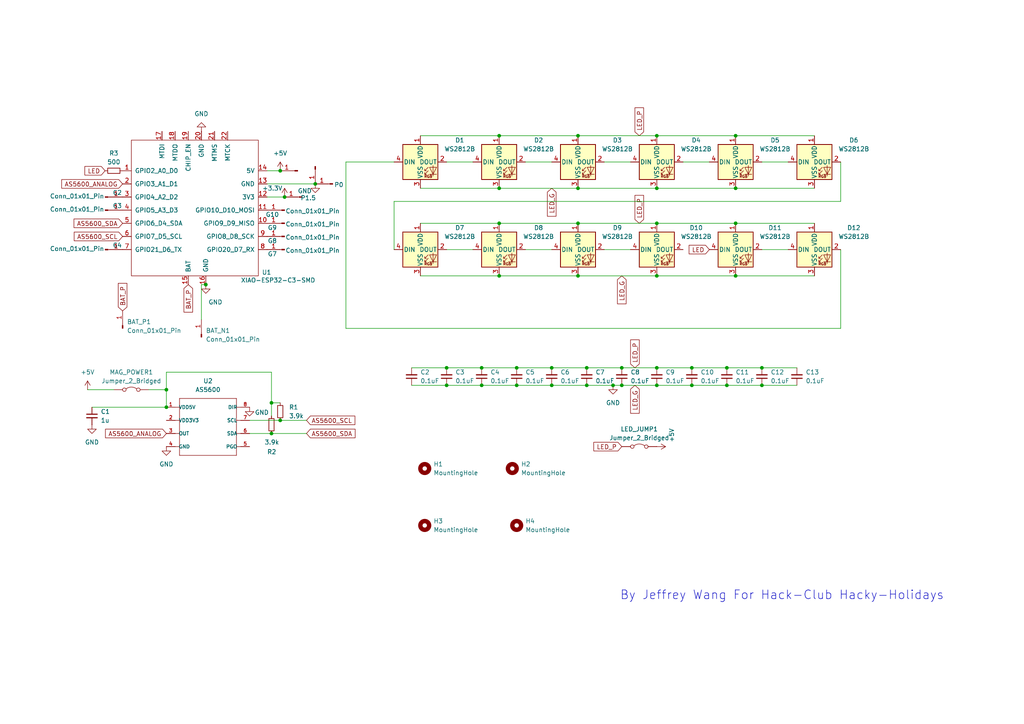
<source format=kicad_sch>
(kicad_sch
	(version 20231120)
	(generator "eeschema")
	(generator_version "8.0")
	(uuid "cf281f77-edec-45e4-ab31-9c3a13da7e22")
	(paper "A4")
	(lib_symbols
		(symbol "Connector:Conn_01x01_Pin"
			(pin_names
				(offset 1.016) hide)
			(exclude_from_sim no)
			(in_bom yes)
			(on_board yes)
			(property "Reference" "J"
				(at 0 2.54 0)
				(effects
					(font
						(size 1.27 1.27)
					)
				)
			)
			(property "Value" "Conn_01x01_Pin"
				(at 0 -2.54 0)
				(effects
					(font
						(size 1.27 1.27)
					)
				)
			)
			(property "Footprint" ""
				(at 0 0 0)
				(effects
					(font
						(size 1.27 1.27)
					)
					(hide yes)
				)
			)
			(property "Datasheet" "~"
				(at 0 0 0)
				(effects
					(font
						(size 1.27 1.27)
					)
					(hide yes)
				)
			)
			(property "Description" "Generic connector, single row, 01x01, script generated"
				(at 0 0 0)
				(effects
					(font
						(size 1.27 1.27)
					)
					(hide yes)
				)
			)
			(property "ki_locked" ""
				(at 0 0 0)
				(effects
					(font
						(size 1.27 1.27)
					)
				)
			)
			(property "ki_keywords" "connector"
				(at 0 0 0)
				(effects
					(font
						(size 1.27 1.27)
					)
					(hide yes)
				)
			)
			(property "ki_fp_filters" "Connector*:*_1x??_*"
				(at 0 0 0)
				(effects
					(font
						(size 1.27 1.27)
					)
					(hide yes)
				)
			)
			(symbol "Conn_01x01_Pin_1_1"
				(polyline
					(pts
						(xy 1.27 0) (xy 0.8636 0)
					)
					(stroke
						(width 0.1524)
						(type default)
					)
					(fill
						(type none)
					)
				)
				(rectangle
					(start 0.8636 0.127)
					(end 0 -0.127)
					(stroke
						(width 0.1524)
						(type default)
					)
					(fill
						(type outline)
					)
				)
				(pin passive line
					(at 5.08 0 180)
					(length 3.81)
					(name "Pin_1"
						(effects
							(font
								(size 1.27 1.27)
							)
						)
					)
					(number "1"
						(effects
							(font
								(size 1.27 1.27)
							)
						)
					)
				)
			)
		)
		(symbol "Device:C_Small"
			(pin_numbers hide)
			(pin_names
				(offset 0.254) hide)
			(exclude_from_sim no)
			(in_bom yes)
			(on_board yes)
			(property "Reference" "C"
				(at 0.254 1.778 0)
				(effects
					(font
						(size 1.27 1.27)
					)
					(justify left)
				)
			)
			(property "Value" "C_Small"
				(at 0.254 -2.032 0)
				(effects
					(font
						(size 1.27 1.27)
					)
					(justify left)
				)
			)
			(property "Footprint" ""
				(at 0 0 0)
				(effects
					(font
						(size 1.27 1.27)
					)
					(hide yes)
				)
			)
			(property "Datasheet" "~"
				(at 0 0 0)
				(effects
					(font
						(size 1.27 1.27)
					)
					(hide yes)
				)
			)
			(property "Description" "Unpolarized capacitor, small symbol"
				(at 0 0 0)
				(effects
					(font
						(size 1.27 1.27)
					)
					(hide yes)
				)
			)
			(property "ki_keywords" "capacitor cap"
				(at 0 0 0)
				(effects
					(font
						(size 1.27 1.27)
					)
					(hide yes)
				)
			)
			(property "ki_fp_filters" "C_*"
				(at 0 0 0)
				(effects
					(font
						(size 1.27 1.27)
					)
					(hide yes)
				)
			)
			(symbol "C_Small_0_1"
				(polyline
					(pts
						(xy -1.524 -0.508) (xy 1.524 -0.508)
					)
					(stroke
						(width 0.3302)
						(type default)
					)
					(fill
						(type none)
					)
				)
				(polyline
					(pts
						(xy -1.524 0.508) (xy 1.524 0.508)
					)
					(stroke
						(width 0.3048)
						(type default)
					)
					(fill
						(type none)
					)
				)
			)
			(symbol "C_Small_1_1"
				(pin passive line
					(at 0 2.54 270)
					(length 2.032)
					(name "~"
						(effects
							(font
								(size 1.27 1.27)
							)
						)
					)
					(number "1"
						(effects
							(font
								(size 1.27 1.27)
							)
						)
					)
				)
				(pin passive line
					(at 0 -2.54 90)
					(length 2.032)
					(name "~"
						(effects
							(font
								(size 1.27 1.27)
							)
						)
					)
					(number "2"
						(effects
							(font
								(size 1.27 1.27)
							)
						)
					)
				)
			)
		)
		(symbol "Device:R_Small"
			(pin_numbers hide)
			(pin_names
				(offset 0.254) hide)
			(exclude_from_sim no)
			(in_bom yes)
			(on_board yes)
			(property "Reference" "R"
				(at 0.762 0.508 0)
				(effects
					(font
						(size 1.27 1.27)
					)
					(justify left)
				)
			)
			(property "Value" "R_Small"
				(at 0.762 -1.016 0)
				(effects
					(font
						(size 1.27 1.27)
					)
					(justify left)
				)
			)
			(property "Footprint" ""
				(at 0 0 0)
				(effects
					(font
						(size 1.27 1.27)
					)
					(hide yes)
				)
			)
			(property "Datasheet" "~"
				(at 0 0 0)
				(effects
					(font
						(size 1.27 1.27)
					)
					(hide yes)
				)
			)
			(property "Description" "Resistor, small symbol"
				(at 0 0 0)
				(effects
					(font
						(size 1.27 1.27)
					)
					(hide yes)
				)
			)
			(property "ki_keywords" "R resistor"
				(at 0 0 0)
				(effects
					(font
						(size 1.27 1.27)
					)
					(hide yes)
				)
			)
			(property "ki_fp_filters" "R_*"
				(at 0 0 0)
				(effects
					(font
						(size 1.27 1.27)
					)
					(hide yes)
				)
			)
			(symbol "R_Small_0_1"
				(rectangle
					(start -0.762 1.778)
					(end 0.762 -1.778)
					(stroke
						(width 0.2032)
						(type default)
					)
					(fill
						(type none)
					)
				)
			)
			(symbol "R_Small_1_1"
				(pin passive line
					(at 0 2.54 270)
					(length 0.762)
					(name "~"
						(effects
							(font
								(size 1.27 1.27)
							)
						)
					)
					(number "1"
						(effects
							(font
								(size 1.27 1.27)
							)
						)
					)
				)
				(pin passive line
					(at 0 -2.54 90)
					(length 0.762)
					(name "~"
						(effects
							(font
								(size 1.27 1.27)
							)
						)
					)
					(number "2"
						(effects
							(font
								(size 1.27 1.27)
							)
						)
					)
				)
			)
		)
		(symbol "Jumper:Jumper_2_Bridged"
			(pin_numbers hide)
			(pin_names
				(offset 0) hide)
			(exclude_from_sim yes)
			(in_bom yes)
			(on_board yes)
			(property "Reference" "JP"
				(at 0 1.905 0)
				(effects
					(font
						(size 1.27 1.27)
					)
				)
			)
			(property "Value" "Jumper_2_Bridged"
				(at 0 -2.54 0)
				(effects
					(font
						(size 1.27 1.27)
					)
				)
			)
			(property "Footprint" ""
				(at 0 0 0)
				(effects
					(font
						(size 1.27 1.27)
					)
					(hide yes)
				)
			)
			(property "Datasheet" "~"
				(at 0 0 0)
				(effects
					(font
						(size 1.27 1.27)
					)
					(hide yes)
				)
			)
			(property "Description" "Jumper, 2-pole, closed/bridged"
				(at 0 0 0)
				(effects
					(font
						(size 1.27 1.27)
					)
					(hide yes)
				)
			)
			(property "ki_keywords" "Jumper SPST"
				(at 0 0 0)
				(effects
					(font
						(size 1.27 1.27)
					)
					(hide yes)
				)
			)
			(property "ki_fp_filters" "Jumper* TestPoint*2Pads* TestPoint*Bridge*"
				(at 0 0 0)
				(effects
					(font
						(size 1.27 1.27)
					)
					(hide yes)
				)
			)
			(symbol "Jumper_2_Bridged_0_0"
				(circle
					(center -2.032 0)
					(radius 0.508)
					(stroke
						(width 0)
						(type default)
					)
					(fill
						(type none)
					)
				)
				(circle
					(center 2.032 0)
					(radius 0.508)
					(stroke
						(width 0)
						(type default)
					)
					(fill
						(type none)
					)
				)
			)
			(symbol "Jumper_2_Bridged_0_1"
				(arc
					(start 1.524 0.254)
					(mid 0 0.762)
					(end -1.524 0.254)
					(stroke
						(width 0)
						(type default)
					)
					(fill
						(type none)
					)
				)
			)
			(symbol "Jumper_2_Bridged_1_1"
				(pin passive line
					(at -5.08 0 0)
					(length 2.54)
					(name "A"
						(effects
							(font
								(size 1.27 1.27)
							)
						)
					)
					(number "1"
						(effects
							(font
								(size 1.27 1.27)
							)
						)
					)
				)
				(pin passive line
					(at 5.08 0 180)
					(length 2.54)
					(name "B"
						(effects
							(font
								(size 1.27 1.27)
							)
						)
					)
					(number "2"
						(effects
							(font
								(size 1.27 1.27)
							)
						)
					)
				)
			)
		)
		(symbol "LED:WS2812B"
			(pin_names
				(offset 0.254)
			)
			(exclude_from_sim no)
			(in_bom yes)
			(on_board yes)
			(property "Reference" "D"
				(at 5.08 5.715 0)
				(effects
					(font
						(size 1.27 1.27)
					)
					(justify right bottom)
				)
			)
			(property "Value" "WS2812B"
				(at 1.27 -5.715 0)
				(effects
					(font
						(size 1.27 1.27)
					)
					(justify left top)
				)
			)
			(property "Footprint" "LED_SMD:LED_WS2812B_PLCC4_5.0x5.0mm_P3.2mm"
				(at 1.27 -7.62 0)
				(effects
					(font
						(size 1.27 1.27)
					)
					(justify left top)
					(hide yes)
				)
			)
			(property "Datasheet" "https://cdn-shop.adafruit.com/datasheets/WS2812B.pdf"
				(at 2.54 -9.525 0)
				(effects
					(font
						(size 1.27 1.27)
					)
					(justify left top)
					(hide yes)
				)
			)
			(property "Description" "RGB LED with integrated controller"
				(at 0 0 0)
				(effects
					(font
						(size 1.27 1.27)
					)
					(hide yes)
				)
			)
			(property "ki_keywords" "RGB LED NeoPixel addressable"
				(at 0 0 0)
				(effects
					(font
						(size 1.27 1.27)
					)
					(hide yes)
				)
			)
			(property "ki_fp_filters" "LED*WS2812*PLCC*5.0x5.0mm*P3.2mm*"
				(at 0 0 0)
				(effects
					(font
						(size 1.27 1.27)
					)
					(hide yes)
				)
			)
			(symbol "WS2812B_0_0"
				(text "RGB"
					(at 2.286 -4.191 0)
					(effects
						(font
							(size 0.762 0.762)
						)
					)
				)
			)
			(symbol "WS2812B_0_1"
				(polyline
					(pts
						(xy 1.27 -3.556) (xy 1.778 -3.556)
					)
					(stroke
						(width 0)
						(type default)
					)
					(fill
						(type none)
					)
				)
				(polyline
					(pts
						(xy 1.27 -2.54) (xy 1.778 -2.54)
					)
					(stroke
						(width 0)
						(type default)
					)
					(fill
						(type none)
					)
				)
				(polyline
					(pts
						(xy 4.699 -3.556) (xy 2.667 -3.556)
					)
					(stroke
						(width 0)
						(type default)
					)
					(fill
						(type none)
					)
				)
				(polyline
					(pts
						(xy 2.286 -2.54) (xy 1.27 -3.556) (xy 1.27 -3.048)
					)
					(stroke
						(width 0)
						(type default)
					)
					(fill
						(type none)
					)
				)
				(polyline
					(pts
						(xy 2.286 -1.524) (xy 1.27 -2.54) (xy 1.27 -2.032)
					)
					(stroke
						(width 0)
						(type default)
					)
					(fill
						(type none)
					)
				)
				(polyline
					(pts
						(xy 3.683 -1.016) (xy 3.683 -3.556) (xy 3.683 -4.064)
					)
					(stroke
						(width 0)
						(type default)
					)
					(fill
						(type none)
					)
				)
				(polyline
					(pts
						(xy 4.699 -1.524) (xy 2.667 -1.524) (xy 3.683 -3.556) (xy 4.699 -1.524)
					)
					(stroke
						(width 0)
						(type default)
					)
					(fill
						(type none)
					)
				)
				(rectangle
					(start 5.08 5.08)
					(end -5.08 -5.08)
					(stroke
						(width 0.254)
						(type default)
					)
					(fill
						(type background)
					)
				)
			)
			(symbol "WS2812B_1_1"
				(pin power_in line
					(at 0 7.62 270)
					(length 2.54)
					(name "VDD"
						(effects
							(font
								(size 1.27 1.27)
							)
						)
					)
					(number "1"
						(effects
							(font
								(size 1.27 1.27)
							)
						)
					)
				)
				(pin output line
					(at 7.62 0 180)
					(length 2.54)
					(name "DOUT"
						(effects
							(font
								(size 1.27 1.27)
							)
						)
					)
					(number "2"
						(effects
							(font
								(size 1.27 1.27)
							)
						)
					)
				)
				(pin power_in line
					(at 0 -7.62 90)
					(length 2.54)
					(name "VSS"
						(effects
							(font
								(size 1.27 1.27)
							)
						)
					)
					(number "3"
						(effects
							(font
								(size 1.27 1.27)
							)
						)
					)
				)
				(pin input line
					(at -7.62 0 0)
					(length 2.54)
					(name "DIN"
						(effects
							(font
								(size 1.27 1.27)
							)
						)
					)
					(number "4"
						(effects
							(font
								(size 1.27 1.27)
							)
						)
					)
				)
			)
		)
		(symbol "Mechanical:MountingHole"
			(pin_names
				(offset 1.016)
			)
			(exclude_from_sim yes)
			(in_bom no)
			(on_board yes)
			(property "Reference" "H"
				(at 0 5.08 0)
				(effects
					(font
						(size 1.27 1.27)
					)
				)
			)
			(property "Value" "MountingHole"
				(at 0 3.175 0)
				(effects
					(font
						(size 1.27 1.27)
					)
				)
			)
			(property "Footprint" ""
				(at 0 0 0)
				(effects
					(font
						(size 1.27 1.27)
					)
					(hide yes)
				)
			)
			(property "Datasheet" "~"
				(at 0 0 0)
				(effects
					(font
						(size 1.27 1.27)
					)
					(hide yes)
				)
			)
			(property "Description" "Mounting Hole without connection"
				(at 0 0 0)
				(effects
					(font
						(size 1.27 1.27)
					)
					(hide yes)
				)
			)
			(property "ki_keywords" "mounting hole"
				(at 0 0 0)
				(effects
					(font
						(size 1.27 1.27)
					)
					(hide yes)
				)
			)
			(property "ki_fp_filters" "MountingHole*"
				(at 0 0 0)
				(effects
					(font
						(size 1.27 1.27)
					)
					(hide yes)
				)
			)
			(symbol "MountingHole_0_1"
				(circle
					(center 0 0)
					(radius 1.27)
					(stroke
						(width 1.27)
						(type default)
					)
					(fill
						(type none)
					)
				)
			)
		)
		(symbol "New_Library:AS5600"
			(pin_names
				(offset 1.016)
			)
			(exclude_from_sim no)
			(in_bom yes)
			(on_board yes)
			(property "Reference" "U"
				(at -7.62 10.16 0)
				(effects
					(font
						(size 1.27 1.27)
					)
					(justify left bottom)
				)
			)
			(property "Value" "AS5600"
				(at -7.62 8.89 0)
				(effects
					(font
						(size 1.27 1.27)
					)
					(justify left bottom)
				)
			)
			(property "Footprint" "AS5600:AS5600"
				(at 0 0 0)
				(effects
					(font
						(size 1.27 1.27)
					)
					(justify bottom)
					(hide yes)
				)
			)
			(property "Datasheet" ""
				(at 0 0 0)
				(effects
					(font
						(size 1.27 1.27)
					)
					(hide yes)
				)
			)
			(property "Description" ""
				(at 0 0 0)
				(effects
					(font
						(size 1.27 1.27)
					)
					(hide yes)
				)
			)
			(property "MF" "Ams AG"
				(at 0 0 0)
				(effects
					(font
						(size 1.27 1.27)
					)
					(justify bottom)
					(hide yes)
				)
			)
			(property "Description_1" "\n                        \n                            Hall Effect Sensor Rotary Position External Magnet, Not Included Gull Wing\n                        \n"
				(at 0 0 0)
				(effects
					(font
						(size 1.27 1.27)
					)
					(justify bottom)
					(hide yes)
				)
			)
			(property "Package" "None"
				(at 0 0 0)
				(effects
					(font
						(size 1.27 1.27)
					)
					(justify bottom)
					(hide yes)
				)
			)
			(property "Price" "None"
				(at 0 0 0)
				(effects
					(font
						(size 1.27 1.27)
					)
					(justify bottom)
					(hide yes)
				)
			)
			(property "SnapEDA_Link" "https://www.snapeda.com/parts/AS5600/ams/view-part/?ref=snap"
				(at 0 0 0)
				(effects
					(font
						(size 1.27 1.27)
					)
					(justify bottom)
					(hide yes)
				)
			)
			(property "MP" "AS5600"
				(at 0 0 0)
				(effects
					(font
						(size 1.27 1.27)
					)
					(justify bottom)
					(hide yes)
				)
			)
			(property "Availability" "Not in stock"
				(at 0 0 0)
				(effects
					(font
						(size 1.27 1.27)
					)
					(justify bottom)
					(hide yes)
				)
			)
			(property "Check_prices" "https://www.snapeda.com/parts/AS5600/ams/view-part/?ref=eda"
				(at 0 0 0)
				(effects
					(font
						(size 1.27 1.27)
					)
					(justify bottom)
					(hide yes)
				)
			)
			(symbol "AS5600_0_0"
				(polyline
					(pts
						(xy -7.62 -7.62) (xy -7.62 -5.08)
					)
					(stroke
						(width 0.1524)
						(type default)
					)
					(fill
						(type none)
					)
				)
				(polyline
					(pts
						(xy -7.62 -5.08) (xy -8.89 -5.08)
					)
					(stroke
						(width 0.1524)
						(type default)
					)
					(fill
						(type none)
					)
				)
				(polyline
					(pts
						(xy -7.62 -5.08) (xy -7.62 -1.27)
					)
					(stroke
						(width 0.1524)
						(type default)
					)
					(fill
						(type none)
					)
				)
				(polyline
					(pts
						(xy -7.62 -1.27) (xy -8.89 -1.27)
					)
					(stroke
						(width 0.1524)
						(type default)
					)
					(fill
						(type none)
					)
				)
				(polyline
					(pts
						(xy -7.62 -1.27) (xy -7.62 2.54)
					)
					(stroke
						(width 0.1524)
						(type default)
					)
					(fill
						(type none)
					)
				)
				(polyline
					(pts
						(xy -7.62 2.54) (xy -8.89 2.54)
					)
					(stroke
						(width 0.1524)
						(type default)
					)
					(fill
						(type none)
					)
				)
				(polyline
					(pts
						(xy -7.62 2.54) (xy -7.62 6.35)
					)
					(stroke
						(width 0.1524)
						(type default)
					)
					(fill
						(type none)
					)
				)
				(polyline
					(pts
						(xy -7.62 6.35) (xy -8.89 6.35)
					)
					(stroke
						(width 0.1524)
						(type default)
					)
					(fill
						(type none)
					)
				)
				(polyline
					(pts
						(xy -7.62 6.35) (xy -7.62 8.89)
					)
					(stroke
						(width 0.1524)
						(type default)
					)
					(fill
						(type none)
					)
				)
				(polyline
					(pts
						(xy -7.62 8.89) (xy 8.89 8.89)
					)
					(stroke
						(width 0.1524)
						(type default)
					)
					(fill
						(type none)
					)
				)
				(polyline
					(pts
						(xy 8.89 -7.62) (xy -7.62 -7.62)
					)
					(stroke
						(width 0.1524)
						(type default)
					)
					(fill
						(type none)
					)
				)
				(polyline
					(pts
						(xy 8.89 -5.08) (xy 8.89 -7.62)
					)
					(stroke
						(width 0.1524)
						(type default)
					)
					(fill
						(type none)
					)
				)
				(polyline
					(pts
						(xy 8.89 -1.27) (xy 8.89 -5.08)
					)
					(stroke
						(width 0.1524)
						(type default)
					)
					(fill
						(type none)
					)
				)
				(polyline
					(pts
						(xy 8.89 2.54) (xy 8.89 -1.27)
					)
					(stroke
						(width 0.1524)
						(type default)
					)
					(fill
						(type none)
					)
				)
				(polyline
					(pts
						(xy 8.89 6.35) (xy 8.89 2.54)
					)
					(stroke
						(width 0.1524)
						(type default)
					)
					(fill
						(type none)
					)
				)
				(polyline
					(pts
						(xy 8.89 8.89) (xy 8.89 6.35)
					)
					(stroke
						(width 0.1524)
						(type default)
					)
					(fill
						(type none)
					)
				)
				(polyline
					(pts
						(xy 10.16 -5.08) (xy 8.89 -5.08)
					)
					(stroke
						(width 0.1524)
						(type default)
					)
					(fill
						(type none)
					)
				)
				(polyline
					(pts
						(xy 10.16 -1.27) (xy 8.89 -1.27)
					)
					(stroke
						(width 0.1524)
						(type default)
					)
					(fill
						(type none)
					)
				)
				(polyline
					(pts
						(xy 10.16 2.54) (xy 8.89 2.54)
					)
					(stroke
						(width 0.1524)
						(type default)
					)
					(fill
						(type none)
					)
				)
				(polyline
					(pts
						(xy 10.16 6.35) (xy 8.89 6.35)
					)
					(stroke
						(width 0.1524)
						(type default)
					)
					(fill
						(type none)
					)
				)
				(pin bidirectional line
					(at -11.43 6.35 0)
					(length 2.54)
					(name "VDD5V"
						(effects
							(font
								(size 1.016 1.016)
							)
						)
					)
					(number "1"
						(effects
							(font
								(size 1.016 1.016)
							)
						)
					)
				)
				(pin bidirectional line
					(at -11.43 2.54 0)
					(length 2.54)
					(name "VDD3V3"
						(effects
							(font
								(size 1.016 1.016)
							)
						)
					)
					(number "2"
						(effects
							(font
								(size 1.016 1.016)
							)
						)
					)
				)
				(pin bidirectional line
					(at -11.43 -1.27 0)
					(length 2.54)
					(name "OUT"
						(effects
							(font
								(size 1.016 1.016)
							)
						)
					)
					(number "3"
						(effects
							(font
								(size 1.016 1.016)
							)
						)
					)
				)
				(pin bidirectional line
					(at -11.43 -5.08 0)
					(length 2.54)
					(name "GND"
						(effects
							(font
								(size 1.016 1.016)
							)
						)
					)
					(number "4"
						(effects
							(font
								(size 1.016 1.016)
							)
						)
					)
				)
				(pin bidirectional line
					(at 12.7 -5.08 180)
					(length 2.54)
					(name "PGO"
						(effects
							(font
								(size 1.016 1.016)
							)
						)
					)
					(number "5"
						(effects
							(font
								(size 1.016 1.016)
							)
						)
					)
				)
				(pin bidirectional line
					(at 12.7 -1.27 180)
					(length 2.54)
					(name "SDA"
						(effects
							(font
								(size 1.016 1.016)
							)
						)
					)
					(number "6"
						(effects
							(font
								(size 1.016 1.016)
							)
						)
					)
				)
				(pin bidirectional line
					(at 12.7 2.54 180)
					(length 2.54)
					(name "SCL"
						(effects
							(font
								(size 1.016 1.016)
							)
						)
					)
					(number "7"
						(effects
							(font
								(size 1.016 1.016)
							)
						)
					)
				)
				(pin bidirectional line
					(at 12.7 6.35 180)
					(length 2.54)
					(name "DIR"
						(effects
							(font
								(size 1.016 1.016)
							)
						)
					)
					(number "8"
						(effects
							(font
								(size 1.016 1.016)
							)
						)
					)
				)
			)
		)
		(symbol "Seeed_Studio_XIAO_Series:XIAO-ESP32-C3-SMD"
			(pin_names
				(offset 1.016)
			)
			(exclude_from_sim no)
			(in_bom yes)
			(on_board yes)
			(property "Reference" "U"
				(at -18.542 23.114 0)
				(effects
					(font
						(size 1.27 1.27)
					)
				)
			)
			(property "Value" "XIAO-ESP32-C3-SMD"
				(at -8.382 21.336 0)
				(effects
					(font
						(size 1.27 1.27)
					)
				)
			)
			(property "Footprint" ""
				(at -8.89 5.08 0)
				(effects
					(font
						(size 1.27 1.27)
					)
					(hide yes)
				)
			)
			(property "Datasheet" ""
				(at -8.89 5.08 0)
				(effects
					(font
						(size 1.27 1.27)
					)
					(hide yes)
				)
			)
			(property "Description" ""
				(at 0 0 0)
				(effects
					(font
						(size 1.27 1.27)
					)
					(hide yes)
				)
			)
			(symbol "XIAO-ESP32-C3-SMD_0_1"
				(rectangle
					(start -19.05 20.32)
					(end 17.78 -19.05)
					(stroke
						(width 0)
						(type default)
					)
					(fill
						(type none)
					)
				)
			)
			(symbol "XIAO-ESP32-C3-SMD_1_1"
				(pin passive line
					(at -21.59 11.43 0)
					(length 2.54)
					(name "GPIO2_A0_D0"
						(effects
							(font
								(size 1.27 1.27)
							)
						)
					)
					(number "1"
						(effects
							(font
								(size 1.27 1.27)
							)
						)
					)
				)
				(pin passive line
					(at 20.32 -3.81 180)
					(length 2.54)
					(name "GPIO9_D9_MISO"
						(effects
							(font
								(size 1.27 1.27)
							)
						)
					)
					(number "10"
						(effects
							(font
								(size 1.27 1.27)
							)
						)
					)
				)
				(pin passive line
					(at 20.32 0 180)
					(length 2.54)
					(name "GPIO10_D10_MOSI"
						(effects
							(font
								(size 1.27 1.27)
							)
						)
					)
					(number "11"
						(effects
							(font
								(size 1.27 1.27)
							)
						)
					)
				)
				(pin passive line
					(at 20.32 3.81 180)
					(length 2.54)
					(name "3V3"
						(effects
							(font
								(size 1.27 1.27)
							)
						)
					)
					(number "12"
						(effects
							(font
								(size 1.27 1.27)
							)
						)
					)
				)
				(pin passive line
					(at 20.32 7.62 180)
					(length 2.54)
					(name "GND"
						(effects
							(font
								(size 1.27 1.27)
							)
						)
					)
					(number "13"
						(effects
							(font
								(size 1.27 1.27)
							)
						)
					)
				)
				(pin passive line
					(at 20.32 11.43 180)
					(length 2.54)
					(name "5V"
						(effects
							(font
								(size 1.27 1.27)
							)
						)
					)
					(number "14"
						(effects
							(font
								(size 1.27 1.27)
							)
						)
					)
				)
				(pin passive line
					(at -2.54 -21.59 90)
					(length 2.54)
					(name "BAT"
						(effects
							(font
								(size 1.27 1.27)
							)
						)
					)
					(number "15"
						(effects
							(font
								(size 1.27 1.27)
							)
						)
					)
				)
				(pin passive line
					(at 2.54 -21.59 90)
					(length 2.54)
					(name "GND"
						(effects
							(font
								(size 1.27 1.27)
							)
						)
					)
					(number "16"
						(effects
							(font
								(size 1.27 1.27)
							)
						)
					)
				)
				(pin passive line
					(at -10.16 22.86 270)
					(length 2.54)
					(name "MTDI"
						(effects
							(font
								(size 1.27 1.27)
							)
						)
					)
					(number "17"
						(effects
							(font
								(size 1.27 1.27)
							)
						)
					)
				)
				(pin passive line
					(at -6.35 22.86 270)
					(length 2.54)
					(name "MTDO"
						(effects
							(font
								(size 1.27 1.27)
							)
						)
					)
					(number "18"
						(effects
							(font
								(size 1.27 1.27)
							)
						)
					)
				)
				(pin passive line
					(at -2.54 22.86 270)
					(length 2.54)
					(name "CHIP_EN"
						(effects
							(font
								(size 1.27 1.27)
							)
						)
					)
					(number "19"
						(effects
							(font
								(size 1.27 1.27)
							)
						)
					)
				)
				(pin passive line
					(at -21.59 7.62 0)
					(length 2.54)
					(name "GPIO3_A1_D1"
						(effects
							(font
								(size 1.27 1.27)
							)
						)
					)
					(number "2"
						(effects
							(font
								(size 1.27 1.27)
							)
						)
					)
				)
				(pin passive line
					(at 1.27 22.86 270)
					(length 2.54)
					(name "GND"
						(effects
							(font
								(size 1.27 1.27)
							)
						)
					)
					(number "20"
						(effects
							(font
								(size 1.27 1.27)
							)
						)
					)
				)
				(pin passive line
					(at 5.08 22.86 270)
					(length 2.54)
					(name "MTMS"
						(effects
							(font
								(size 1.27 1.27)
							)
						)
					)
					(number "21"
						(effects
							(font
								(size 1.27 1.27)
							)
						)
					)
				)
				(pin passive line
					(at 8.89 22.86 270)
					(length 2.54)
					(name "MTCK"
						(effects
							(font
								(size 1.27 1.27)
							)
						)
					)
					(number "22"
						(effects
							(font
								(size 1.27 1.27)
							)
						)
					)
				)
				(pin passive line
					(at -21.59 3.81 0)
					(length 2.54)
					(name "GPIO4_A2_D2"
						(effects
							(font
								(size 1.27 1.27)
							)
						)
					)
					(number "3"
						(effects
							(font
								(size 1.27 1.27)
							)
						)
					)
				)
				(pin passive line
					(at -21.59 0 0)
					(length 2.54)
					(name "GPIO5_A3_D3"
						(effects
							(font
								(size 1.27 1.27)
							)
						)
					)
					(number "4"
						(effects
							(font
								(size 1.27 1.27)
							)
						)
					)
				)
				(pin passive line
					(at -21.59 -3.81 0)
					(length 2.54)
					(name "GPIO6_D4_SDA"
						(effects
							(font
								(size 1.27 1.27)
							)
						)
					)
					(number "5"
						(effects
							(font
								(size 1.27 1.27)
							)
						)
					)
				)
				(pin passive line
					(at -21.59 -7.62 0)
					(length 2.54)
					(name "GPIO7_D5_SCL"
						(effects
							(font
								(size 1.27 1.27)
							)
						)
					)
					(number "6"
						(effects
							(font
								(size 1.27 1.27)
							)
						)
					)
				)
				(pin passive line
					(at -21.59 -11.43 0)
					(length 2.54)
					(name "GPIO21_D6_TX"
						(effects
							(font
								(size 1.27 1.27)
							)
						)
					)
					(number "7"
						(effects
							(font
								(size 1.27 1.27)
							)
						)
					)
				)
				(pin passive line
					(at 20.32 -11.43 180)
					(length 2.54)
					(name "GPIO20_D7_RX"
						(effects
							(font
								(size 1.27 1.27)
							)
						)
					)
					(number "8"
						(effects
							(font
								(size 1.27 1.27)
							)
						)
					)
				)
				(pin passive line
					(at 20.32 -7.62 180)
					(length 2.54)
					(name "GPIO8_D8_SCK"
						(effects
							(font
								(size 1.27 1.27)
							)
						)
					)
					(number "9"
						(effects
							(font
								(size 1.27 1.27)
							)
						)
					)
				)
			)
		)
		(symbol "power:+3.3V"
			(power)
			(pin_numbers hide)
			(pin_names
				(offset 0) hide)
			(exclude_from_sim no)
			(in_bom yes)
			(on_board yes)
			(property "Reference" "#PWR"
				(at 0 -3.81 0)
				(effects
					(font
						(size 1.27 1.27)
					)
					(hide yes)
				)
			)
			(property "Value" "+3.3V"
				(at 0 3.556 0)
				(effects
					(font
						(size 1.27 1.27)
					)
				)
			)
			(property "Footprint" ""
				(at 0 0 0)
				(effects
					(font
						(size 1.27 1.27)
					)
					(hide yes)
				)
			)
			(property "Datasheet" ""
				(at 0 0 0)
				(effects
					(font
						(size 1.27 1.27)
					)
					(hide yes)
				)
			)
			(property "Description" "Power symbol creates a global label with name \"+3.3V\""
				(at 0 0 0)
				(effects
					(font
						(size 1.27 1.27)
					)
					(hide yes)
				)
			)
			(property "ki_keywords" "global power"
				(at 0 0 0)
				(effects
					(font
						(size 1.27 1.27)
					)
					(hide yes)
				)
			)
			(symbol "+3.3V_0_1"
				(polyline
					(pts
						(xy -0.762 1.27) (xy 0 2.54)
					)
					(stroke
						(width 0)
						(type default)
					)
					(fill
						(type none)
					)
				)
				(polyline
					(pts
						(xy 0 0) (xy 0 2.54)
					)
					(stroke
						(width 0)
						(type default)
					)
					(fill
						(type none)
					)
				)
				(polyline
					(pts
						(xy 0 2.54) (xy 0.762 1.27)
					)
					(stroke
						(width 0)
						(type default)
					)
					(fill
						(type none)
					)
				)
			)
			(symbol "+3.3V_1_1"
				(pin power_in line
					(at 0 0 90)
					(length 0)
					(name "~"
						(effects
							(font
								(size 1.27 1.27)
							)
						)
					)
					(number "1"
						(effects
							(font
								(size 1.27 1.27)
							)
						)
					)
				)
			)
		)
		(symbol "power:+5V"
			(power)
			(pin_numbers hide)
			(pin_names
				(offset 0) hide)
			(exclude_from_sim no)
			(in_bom yes)
			(on_board yes)
			(property "Reference" "#PWR"
				(at 0 -3.81 0)
				(effects
					(font
						(size 1.27 1.27)
					)
					(hide yes)
				)
			)
			(property "Value" "+5V"
				(at 0 3.556 0)
				(effects
					(font
						(size 1.27 1.27)
					)
				)
			)
			(property "Footprint" ""
				(at 0 0 0)
				(effects
					(font
						(size 1.27 1.27)
					)
					(hide yes)
				)
			)
			(property "Datasheet" ""
				(at 0 0 0)
				(effects
					(font
						(size 1.27 1.27)
					)
					(hide yes)
				)
			)
			(property "Description" "Power symbol creates a global label with name \"+5V\""
				(at 0 0 0)
				(effects
					(font
						(size 1.27 1.27)
					)
					(hide yes)
				)
			)
			(property "ki_keywords" "global power"
				(at 0 0 0)
				(effects
					(font
						(size 1.27 1.27)
					)
					(hide yes)
				)
			)
			(symbol "+5V_0_1"
				(polyline
					(pts
						(xy -0.762 1.27) (xy 0 2.54)
					)
					(stroke
						(width 0)
						(type default)
					)
					(fill
						(type none)
					)
				)
				(polyline
					(pts
						(xy 0 0) (xy 0 2.54)
					)
					(stroke
						(width 0)
						(type default)
					)
					(fill
						(type none)
					)
				)
				(polyline
					(pts
						(xy 0 2.54) (xy 0.762 1.27)
					)
					(stroke
						(width 0)
						(type default)
					)
					(fill
						(type none)
					)
				)
			)
			(symbol "+5V_1_1"
				(pin power_in line
					(at 0 0 90)
					(length 0)
					(name "~"
						(effects
							(font
								(size 1.27 1.27)
							)
						)
					)
					(number "1"
						(effects
							(font
								(size 1.27 1.27)
							)
						)
					)
				)
			)
		)
		(symbol "power:GND"
			(power)
			(pin_numbers hide)
			(pin_names
				(offset 0) hide)
			(exclude_from_sim no)
			(in_bom yes)
			(on_board yes)
			(property "Reference" "#PWR"
				(at 0 -6.35 0)
				(effects
					(font
						(size 1.27 1.27)
					)
					(hide yes)
				)
			)
			(property "Value" "GND"
				(at 0 -3.81 0)
				(effects
					(font
						(size 1.27 1.27)
					)
				)
			)
			(property "Footprint" ""
				(at 0 0 0)
				(effects
					(font
						(size 1.27 1.27)
					)
					(hide yes)
				)
			)
			(property "Datasheet" ""
				(at 0 0 0)
				(effects
					(font
						(size 1.27 1.27)
					)
					(hide yes)
				)
			)
			(property "Description" "Power symbol creates a global label with name \"GND\" , ground"
				(at 0 0 0)
				(effects
					(font
						(size 1.27 1.27)
					)
					(hide yes)
				)
			)
			(property "ki_keywords" "global power"
				(at 0 0 0)
				(effects
					(font
						(size 1.27 1.27)
					)
					(hide yes)
				)
			)
			(symbol "GND_0_1"
				(polyline
					(pts
						(xy 0 0) (xy 0 -1.27) (xy 1.27 -1.27) (xy 0 -2.54) (xy -1.27 -1.27) (xy 0 -1.27)
					)
					(stroke
						(width 0)
						(type default)
					)
					(fill
						(type none)
					)
				)
			)
			(symbol "GND_1_1"
				(pin power_in line
					(at 0 0 270)
					(length 0)
					(name "~"
						(effects
							(font
								(size 1.27 1.27)
							)
						)
					)
					(number "1"
						(effects
							(font
								(size 1.27 1.27)
							)
						)
					)
				)
			)
		)
	)
	(junction
		(at 91.44 53.34)
		(diameter 0)
		(color 0 0 0 0)
		(uuid "04c7c30b-f653-4ff3-a7cd-79efd78ba575")
	)
	(junction
		(at 210.82 106.68)
		(diameter 0)
		(color 0 0 0 0)
		(uuid "124ef2dd-5d36-4f95-a3d7-5b20c25dee75")
	)
	(junction
		(at 190.5 39.37)
		(diameter 0)
		(color 0 0 0 0)
		(uuid "1a4eb7dd-48ad-4972-b199-0ba66c68d947")
	)
	(junction
		(at 59.69 82.55)
		(diameter 0)
		(color 0 0 0 0)
		(uuid "1bcb39e3-3cb3-48f7-a781-c1e7af75368c")
	)
	(junction
		(at 177.8 111.76)
		(diameter 0)
		(color 0 0 0 0)
		(uuid "1c4b773f-e30c-4c0a-9d8a-95ff6723d309")
	)
	(junction
		(at 139.7 111.76)
		(diameter 0)
		(color 0 0 0 0)
		(uuid "23c9a478-5e59-431f-b045-8ee14c82dea3")
	)
	(junction
		(at 139.7 106.68)
		(diameter 0)
		(color 0 0 0 0)
		(uuid "2e809d30-c768-425b-8b35-dd6da3a627d0")
	)
	(junction
		(at 200.66 106.68)
		(diameter 0)
		(color 0 0 0 0)
		(uuid "31205303-fe31-4cd3-8d20-71a5cfe76d8c")
	)
	(junction
		(at 82.55 57.15)
		(diameter 0)
		(color 0 0 0 0)
		(uuid "35da7bfa-0b28-4dda-a4cd-521b8df6712a")
	)
	(junction
		(at 170.18 111.76)
		(diameter 0)
		(color 0 0 0 0)
		(uuid "4161ec5d-2e52-4f5d-87ac-437ab248bcc7")
	)
	(junction
		(at 190.5 106.68)
		(diameter 0)
		(color 0 0 0 0)
		(uuid "441ee874-1287-4c64-bcf3-b584b926a266")
	)
	(junction
		(at 167.64 54.61)
		(diameter 0)
		(color 0 0 0 0)
		(uuid "4dddc575-2f25-4754-853e-254783bd8bb1")
	)
	(junction
		(at 210.82 111.76)
		(diameter 0)
		(color 0 0 0 0)
		(uuid "522db496-caca-4e16-8882-c00454001741")
	)
	(junction
		(at 160.02 106.68)
		(diameter 0)
		(color 0 0 0 0)
		(uuid "537a1d6b-9b59-49ce-a910-607c8212efdf")
	)
	(junction
		(at 129.54 111.76)
		(diameter 0)
		(color 0 0 0 0)
		(uuid "54b660e8-746b-4516-a07f-342860d4d319")
	)
	(junction
		(at 144.78 54.61)
		(diameter 0)
		(color 0 0 0 0)
		(uuid "5809913b-c15f-4c02-ad0c-65a83f6229dc")
	)
	(junction
		(at 144.78 64.77)
		(diameter 0)
		(color 0 0 0 0)
		(uuid "5b6b5f4b-6a18-4205-b7e9-7155e83746f4")
	)
	(junction
		(at 144.78 39.37)
		(diameter 0)
		(color 0 0 0 0)
		(uuid "5e20bc5d-0e71-423b-90b0-9ff640f11501")
	)
	(junction
		(at 213.36 39.37)
		(diameter 0)
		(color 0 0 0 0)
		(uuid "5f58a9d8-14fd-426a-b656-7e48ddf7bb5f")
	)
	(junction
		(at 129.54 106.68)
		(diameter 0)
		(color 0 0 0 0)
		(uuid "6d7ee9ec-0f31-43a8-8d7c-e31382f0ca3d")
	)
	(junction
		(at 160.02 111.76)
		(diameter 0)
		(color 0 0 0 0)
		(uuid "7597e8a2-47a7-4b50-9de8-23265c0ec2aa")
	)
	(junction
		(at 144.78 80.01)
		(diameter 0)
		(color 0 0 0 0)
		(uuid "7bcd424f-9b25-4755-8cc5-5ba832cbefa8")
	)
	(junction
		(at 81.28 121.92)
		(diameter 0)
		(color 0 0 0 0)
		(uuid "7ead1a05-8c3c-4aca-a6b5-cb45c454ca29")
	)
	(junction
		(at 78.74 116.84)
		(diameter 0)
		(color 0 0 0 0)
		(uuid "7fa1a380-ae97-4a42-8652-bbb85bd22636")
	)
	(junction
		(at 149.86 111.76)
		(diameter 0)
		(color 0 0 0 0)
		(uuid "8ac1deef-a92a-4c10-95c9-f3ea5f44599a")
	)
	(junction
		(at 170.18 106.68)
		(diameter 0)
		(color 0 0 0 0)
		(uuid "9382ede9-2242-4039-8cb2-11ec225c67cf")
	)
	(junction
		(at 81.28 49.53)
		(diameter 0)
		(color 0 0 0 0)
		(uuid "9a2c78fe-ef26-479e-8d19-a274882d5b94")
	)
	(junction
		(at 48.26 113.03)
		(diameter 0)
		(color 0 0 0 0)
		(uuid "a1a344d5-b145-426f-8822-a558bd350549")
	)
	(junction
		(at 190.5 64.77)
		(diameter 0)
		(color 0 0 0 0)
		(uuid "a1d74c5b-1147-4bbc-9300-e1f839705d43")
	)
	(junction
		(at 167.64 80.01)
		(diameter 0)
		(color 0 0 0 0)
		(uuid "a308d703-2f61-4aa3-aa9c-6d2d42328646")
	)
	(junction
		(at 190.5 54.61)
		(diameter 0)
		(color 0 0 0 0)
		(uuid "a41bc233-383e-4de6-8f87-4919c057a2dd")
	)
	(junction
		(at 190.5 80.01)
		(diameter 0)
		(color 0 0 0 0)
		(uuid "a5956222-3ee0-4611-bc6f-1f5034d4a373")
	)
	(junction
		(at 78.74 125.73)
		(diameter 0)
		(color 0 0 0 0)
		(uuid "b00bb967-51b2-4083-adb8-3d4d7f94ad25")
	)
	(junction
		(at 167.64 39.37)
		(diameter 0)
		(color 0 0 0 0)
		(uuid "b2ab7fdf-b154-42af-8cff-bd004709df8d")
	)
	(junction
		(at 220.98 106.68)
		(diameter 0)
		(color 0 0 0 0)
		(uuid "bbfd80c4-769e-4b05-b2f7-63fa9c5edd9d")
	)
	(junction
		(at 167.64 64.77)
		(diameter 0)
		(color 0 0 0 0)
		(uuid "be441b81-e21e-4a6a-9328-0ba080ac405a")
	)
	(junction
		(at 180.34 111.76)
		(diameter 0)
		(color 0 0 0 0)
		(uuid "bf92772e-b58c-40a6-9794-3302052ad8c6")
	)
	(junction
		(at 180.34 106.68)
		(diameter 0)
		(color 0 0 0 0)
		(uuid "c697a808-2705-4390-97e2-e94aab9b8fb0")
	)
	(junction
		(at 213.36 64.77)
		(diameter 0)
		(color 0 0 0 0)
		(uuid "c8bfb37d-a270-4fa8-bed2-f4ac4b055509")
	)
	(junction
		(at 213.36 80.01)
		(diameter 0)
		(color 0 0 0 0)
		(uuid "d6f3ce53-ffc3-4d9a-86cd-3e41571ab4c4")
	)
	(junction
		(at 200.66 111.76)
		(diameter 0)
		(color 0 0 0 0)
		(uuid "df52b245-7d91-4cec-acf6-6593c266b90d")
	)
	(junction
		(at 48.26 118.11)
		(diameter 0)
		(color 0 0 0 0)
		(uuid "e3fa31f4-0d46-4f2b-a750-8e44f2671c17")
	)
	(junction
		(at 220.98 111.76)
		(diameter 0)
		(color 0 0 0 0)
		(uuid "e4efa3f3-a756-46f2-a811-f1ccdaf033bd")
	)
	(junction
		(at 190.5 111.76)
		(diameter 0)
		(color 0 0 0 0)
		(uuid "f804d7cd-5f54-4c6e-a512-5a7f38e4001d")
	)
	(junction
		(at 213.36 54.61)
		(diameter 0)
		(color 0 0 0 0)
		(uuid "fac59cad-79ce-4b49-91ed-3f173500fa4e")
	)
	(junction
		(at 149.86 106.68)
		(diameter 0)
		(color 0 0 0 0)
		(uuid "fe57a6a6-5597-4b5e-a2ba-d8047a6808a6")
	)
	(wire
		(pts
			(xy 88.9 121.92) (xy 81.28 121.92)
		)
		(stroke
			(width 0)
			(type default)
		)
		(uuid "0da80fb6-ebf3-485e-a6bc-a842fc79b8cc")
	)
	(wire
		(pts
			(xy 200.66 111.76) (xy 210.82 111.76)
		)
		(stroke
			(width 0)
			(type default)
		)
		(uuid "0ddb539f-ef37-4fbb-b24a-806706570b2f")
	)
	(wire
		(pts
			(xy 43.18 113.03) (xy 48.26 113.03)
		)
		(stroke
			(width 0)
			(type default)
		)
		(uuid "0fbda999-d6d8-41d5-84a6-6cbc2a3b460e")
	)
	(wire
		(pts
			(xy 180.34 106.68) (xy 190.5 106.68)
		)
		(stroke
			(width 0)
			(type default)
		)
		(uuid "12dfea50-746d-47cf-a93d-c904c05c3285")
	)
	(wire
		(pts
			(xy 190.5 54.61) (xy 213.36 54.61)
		)
		(stroke
			(width 0)
			(type default)
		)
		(uuid "1c035c9b-b586-47dc-9eed-b371d341eed9")
	)
	(wire
		(pts
			(xy 58.42 92.71) (xy 58.42 82.55)
		)
		(stroke
			(width 0)
			(type default)
		)
		(uuid "237d2d73-b033-40e6-8f57-c864d139982a")
	)
	(wire
		(pts
			(xy 121.92 54.61) (xy 144.78 54.61)
		)
		(stroke
			(width 0)
			(type default)
		)
		(uuid "2450a160-df53-46e9-a3a1-a12b64a22fe6")
	)
	(wire
		(pts
			(xy 26.67 118.11) (xy 48.26 118.11)
		)
		(stroke
			(width 0)
			(type default)
		)
		(uuid "2c88d6db-26e9-431c-abd1-ff444908e740")
	)
	(wire
		(pts
			(xy 149.86 111.76) (xy 160.02 111.76)
		)
		(stroke
			(width 0)
			(type default)
		)
		(uuid "346dbb39-26a5-44b6-8c37-191a854f70d3")
	)
	(wire
		(pts
			(xy 77.47 57.15) (xy 82.55 57.15)
		)
		(stroke
			(width 0)
			(type default)
		)
		(uuid "353878b2-5014-4619-8c3b-b7282374507a")
	)
	(wire
		(pts
			(xy 160.02 111.76) (xy 170.18 111.76)
		)
		(stroke
			(width 0)
			(type default)
		)
		(uuid "37ec5d16-e4c0-4d10-9760-51427b1fb65d")
	)
	(wire
		(pts
			(xy 177.8 111.76) (xy 180.34 111.76)
		)
		(stroke
			(width 0)
			(type default)
		)
		(uuid "38876a6b-1764-4f99-bdb8-4537205c201e")
	)
	(wire
		(pts
			(xy 220.98 111.76) (xy 231.14 111.76)
		)
		(stroke
			(width 0)
			(type default)
		)
		(uuid "3f613211-44e8-4b0c-ab42-6e98646b160b")
	)
	(wire
		(pts
			(xy 129.54 72.39) (xy 137.16 72.39)
		)
		(stroke
			(width 0)
			(type default)
		)
		(uuid "40973f4f-233c-43e2-a642-35f73313dd97")
	)
	(wire
		(pts
			(xy 149.86 106.68) (xy 160.02 106.68)
		)
		(stroke
			(width 0)
			(type default)
		)
		(uuid "4115c221-9a6d-4e81-8512-a66a4b9a7a92")
	)
	(wire
		(pts
			(xy 152.4 72.39) (xy 160.02 72.39)
		)
		(stroke
			(width 0)
			(type default)
		)
		(uuid "4372516c-67fb-4287-9061-42ebf0a310f5")
	)
	(wire
		(pts
			(xy 121.92 64.77) (xy 144.78 64.77)
		)
		(stroke
			(width 0)
			(type default)
		)
		(uuid "526d6559-3494-44f0-a496-63a183d8e63b")
	)
	(wire
		(pts
			(xy 190.5 80.01) (xy 213.36 80.01)
		)
		(stroke
			(width 0)
			(type default)
		)
		(uuid "56104825-539d-45e5-bf82-018c982cdf47")
	)
	(wire
		(pts
			(xy 175.26 72.39) (xy 182.88 72.39)
		)
		(stroke
			(width 0)
			(type default)
		)
		(uuid "5ac75a94-e55a-4874-9b5a-1da9b2addfe7")
	)
	(wire
		(pts
			(xy 167.64 80.01) (xy 190.5 80.01)
		)
		(stroke
			(width 0)
			(type default)
		)
		(uuid "5c0a9f9a-fa9f-4e2e-967a-8285450064b3")
	)
	(wire
		(pts
			(xy 119.38 111.76) (xy 129.54 111.76)
		)
		(stroke
			(width 0)
			(type default)
		)
		(uuid "65653d5a-f8a1-4d57-86fc-adedcefd368f")
	)
	(wire
		(pts
			(xy 160.02 106.68) (xy 170.18 106.68)
		)
		(stroke
			(width 0)
			(type default)
		)
		(uuid "678c91cd-acbd-4f0b-944f-151c83bfcc4e")
	)
	(wire
		(pts
			(xy 119.38 106.68) (xy 129.54 106.68)
		)
		(stroke
			(width 0)
			(type default)
		)
		(uuid "6b432112-815c-48ff-834f-73610e12ad6f")
	)
	(wire
		(pts
			(xy 129.54 111.76) (xy 139.7 111.76)
		)
		(stroke
			(width 0)
			(type default)
		)
		(uuid "6f52124d-e887-4b69-b565-3d1487035bf3")
	)
	(wire
		(pts
			(xy 210.82 111.76) (xy 220.98 111.76)
		)
		(stroke
			(width 0)
			(type default)
		)
		(uuid "6f808049-8cab-464d-ab96-a3fcd5f031a4")
	)
	(wire
		(pts
			(xy 220.98 72.39) (xy 228.6 72.39)
		)
		(stroke
			(width 0)
			(type default)
		)
		(uuid "7248d169-36ff-4ce4-bd0c-6aeaa2ad8c49")
	)
	(wire
		(pts
			(xy 25.4 113.03) (xy 33.02 113.03)
		)
		(stroke
			(width 0)
			(type default)
		)
		(uuid "763a442c-7167-4f46-81c1-5f357969f5e0")
	)
	(wire
		(pts
			(xy 58.42 82.55) (xy 59.69 82.55)
		)
		(stroke
			(width 0)
			(type default)
		)
		(uuid "774973b8-3020-4755-88d8-624d7571a369")
	)
	(wire
		(pts
			(xy 175.26 46.99) (xy 182.88 46.99)
		)
		(stroke
			(width 0)
			(type default)
		)
		(uuid "791a493b-24e5-4c69-b3f1-68e5dd519bf5")
	)
	(wire
		(pts
			(xy 78.74 116.84) (xy 81.28 116.84)
		)
		(stroke
			(width 0)
			(type default)
		)
		(uuid "7a93512b-c9f8-4b1e-854d-d2ed786f8956")
	)
	(wire
		(pts
			(xy 48.26 107.95) (xy 48.26 113.03)
		)
		(stroke
			(width 0)
			(type default)
		)
		(uuid "7dc42e3c-a9d7-4e40-90c2-eaaec8f02d68")
	)
	(wire
		(pts
			(xy 167.64 54.61) (xy 190.5 54.61)
		)
		(stroke
			(width 0)
			(type default)
		)
		(uuid "8053d6c0-d16c-481e-b763-a287bf6768ec")
	)
	(wire
		(pts
			(xy 78.74 116.84) (xy 78.74 107.95)
		)
		(stroke
			(width 0)
			(type default)
		)
		(uuid "8061216b-02a1-4a1a-977c-87df0a977a8a")
	)
	(wire
		(pts
			(xy 78.74 120.65) (xy 78.74 116.84)
		)
		(stroke
			(width 0)
			(type default)
		)
		(uuid "826fd1b8-04ac-4d4a-8690-3e6cea5bbf40")
	)
	(wire
		(pts
			(xy 170.18 111.76) (xy 177.8 111.76)
		)
		(stroke
			(width 0)
			(type default)
		)
		(uuid "83844b90-d40c-474e-a8aa-929a4458b600")
	)
	(wire
		(pts
			(xy 243.84 58.42) (xy 114.3 58.42)
		)
		(stroke
			(width 0)
			(type default)
		)
		(uuid "888edb1a-26a4-4054-bea1-bef4e6d55f61")
	)
	(wire
		(pts
			(xy 190.5 106.68) (xy 200.66 106.68)
		)
		(stroke
			(width 0)
			(type default)
		)
		(uuid "8a289b18-13c3-4094-9aab-968aa6e727f2")
	)
	(wire
		(pts
			(xy 77.47 53.34) (xy 91.44 53.34)
		)
		(stroke
			(width 0)
			(type default)
		)
		(uuid "8e029d68-f6ac-4d7d-a199-77b8fe30db5c")
	)
	(wire
		(pts
			(xy 243.84 46.99) (xy 243.84 58.42)
		)
		(stroke
			(width 0)
			(type default)
		)
		(uuid "8e39d972-0047-4580-aafe-b471be3dff36")
	)
	(wire
		(pts
			(xy 243.84 95.25) (xy 100.33 95.25)
		)
		(stroke
			(width 0)
			(type default)
		)
		(uuid "8e3be581-7483-49fb-8113-ef44465fa4ad")
	)
	(wire
		(pts
			(xy 81.28 121.92) (xy 72.39 121.92)
		)
		(stroke
			(width 0)
			(type default)
		)
		(uuid "8ed5a3ce-daf0-4759-8961-82a5525a097c")
	)
	(wire
		(pts
			(xy 121.92 39.37) (xy 144.78 39.37)
		)
		(stroke
			(width 0)
			(type default)
		)
		(uuid "8fc2fc99-9953-46dc-95c9-30ff5c91d4fe")
	)
	(wire
		(pts
			(xy 180.34 111.76) (xy 190.5 111.76)
		)
		(stroke
			(width 0)
			(type default)
		)
		(uuid "9b6fffa4-c4d6-4420-b53b-51e28ddf70e3")
	)
	(wire
		(pts
			(xy 220.98 106.68) (xy 231.14 106.68)
		)
		(stroke
			(width 0)
			(type default)
		)
		(uuid "9f936b65-2301-448e-ad64-36211283ddd9")
	)
	(wire
		(pts
			(xy 167.64 64.77) (xy 190.5 64.77)
		)
		(stroke
			(width 0)
			(type default)
		)
		(uuid "a00f8b97-3a73-465e-aafe-942183b93b7f")
	)
	(wire
		(pts
			(xy 81.28 49.53) (xy 77.47 49.53)
		)
		(stroke
			(width 0)
			(type default)
		)
		(uuid "a63b5416-2bd7-4a35-a046-19547ace920f")
	)
	(wire
		(pts
			(xy 170.18 106.68) (xy 180.34 106.68)
		)
		(stroke
			(width 0)
			(type default)
		)
		(uuid "a9b33b0d-f233-46c2-b0b6-7643577e1dd6")
	)
	(wire
		(pts
			(xy 129.54 46.99) (xy 137.16 46.99)
		)
		(stroke
			(width 0)
			(type default)
		)
		(uuid "b38a4af7-4ec1-407a-b57a-f8c24bf5a658")
	)
	(wire
		(pts
			(xy 144.78 39.37) (xy 167.64 39.37)
		)
		(stroke
			(width 0)
			(type default)
		)
		(uuid "b467fb5b-3b94-4984-aee6-c585d3f950b4")
	)
	(wire
		(pts
			(xy 213.36 54.61) (xy 236.22 54.61)
		)
		(stroke
			(width 0)
			(type default)
		)
		(uuid "ba04c4b0-62ca-4da1-800b-60a27b6915bc")
	)
	(wire
		(pts
			(xy 72.39 125.73) (xy 78.74 125.73)
		)
		(stroke
			(width 0)
			(type default)
		)
		(uuid "baa08bcf-85ec-4e16-ac00-aa420b9713c3")
	)
	(wire
		(pts
			(xy 152.4 46.99) (xy 160.02 46.99)
		)
		(stroke
			(width 0)
			(type default)
		)
		(uuid "bcd7225a-a599-4885-8f01-fd12eb266c18")
	)
	(wire
		(pts
			(xy 114.3 58.42) (xy 114.3 72.39)
		)
		(stroke
			(width 0)
			(type default)
		)
		(uuid "bf75e297-cc90-4b3a-9eb9-efc9e6bda6b8")
	)
	(wire
		(pts
			(xy 243.84 72.39) (xy 243.84 95.25)
		)
		(stroke
			(width 0)
			(type default)
		)
		(uuid "c29ab55a-9d85-4f31-97da-b7b21c20fdbb")
	)
	(wire
		(pts
			(xy 144.78 64.77) (xy 167.64 64.77)
		)
		(stroke
			(width 0)
			(type default)
		)
		(uuid "c2b700a8-0e84-4cb8-9ad9-e8d1b0e5f6f7")
	)
	(wire
		(pts
			(xy 198.12 46.99) (xy 205.74 46.99)
		)
		(stroke
			(width 0)
			(type default)
		)
		(uuid "c8dc36ac-354d-49df-966b-4dbab73af5dc")
	)
	(wire
		(pts
			(xy 78.74 107.95) (xy 48.26 107.95)
		)
		(stroke
			(width 0)
			(type default)
		)
		(uuid "cb58fe66-26d0-4b1f-a356-507c2635fa2f")
	)
	(wire
		(pts
			(xy 200.66 106.68) (xy 210.82 106.68)
		)
		(stroke
			(width 0)
			(type default)
		)
		(uuid "cc066910-71c5-4d49-be1c-50096db272c6")
	)
	(wire
		(pts
			(xy 144.78 80.01) (xy 167.64 80.01)
		)
		(stroke
			(width 0)
			(type default)
		)
		(uuid "cd4fa2e2-76a1-4c6c-a885-b9fb0a8825e9")
	)
	(wire
		(pts
			(xy 139.7 111.76) (xy 149.86 111.76)
		)
		(stroke
			(width 0)
			(type default)
		)
		(uuid "d18d01c9-bbe5-4553-acd2-5c6ecc914072")
	)
	(wire
		(pts
			(xy 167.64 39.37) (xy 190.5 39.37)
		)
		(stroke
			(width 0)
			(type default)
		)
		(uuid "d3a4d146-121a-49ee-acae-8ed0eae08afe")
	)
	(wire
		(pts
			(xy 144.78 54.61) (xy 167.64 54.61)
		)
		(stroke
			(width 0)
			(type default)
		)
		(uuid "d4bc06b7-2afa-4b14-8dda-b9afdc494ffc")
	)
	(wire
		(pts
			(xy 139.7 106.68) (xy 149.86 106.68)
		)
		(stroke
			(width 0)
			(type default)
		)
		(uuid "db4fe988-090c-4c8c-ac8f-94789ceb7694")
	)
	(wire
		(pts
			(xy 48.26 113.03) (xy 48.26 118.11)
		)
		(stroke
			(width 0)
			(type default)
		)
		(uuid "dfb7fc10-91ee-498c-af7a-bcffec87207c")
	)
	(wire
		(pts
			(xy 190.5 64.77) (xy 213.36 64.77)
		)
		(stroke
			(width 0)
			(type default)
		)
		(uuid "e1f1eef9-45f1-4fa4-9a57-a11ae20f40c5")
	)
	(wire
		(pts
			(xy 220.98 46.99) (xy 228.6 46.99)
		)
		(stroke
			(width 0)
			(type default)
		)
		(uuid "e3fa0aa0-2daf-4a0e-9364-1f8bfd74118d")
	)
	(wire
		(pts
			(xy 213.36 64.77) (xy 236.22 64.77)
		)
		(stroke
			(width 0)
			(type default)
		)
		(uuid "e4148828-7540-4165-9e57-d2a57196dc9f")
	)
	(wire
		(pts
			(xy 129.54 106.68) (xy 139.7 106.68)
		)
		(stroke
			(width 0)
			(type default)
		)
		(uuid "e4447203-9e65-4620-9fef-251ef011a93c")
	)
	(wire
		(pts
			(xy 190.5 111.76) (xy 200.66 111.76)
		)
		(stroke
			(width 0)
			(type default)
		)
		(uuid "e7010b8e-6af7-4d2c-8973-f5e759359430")
	)
	(wire
		(pts
			(xy 121.92 80.01) (xy 144.78 80.01)
		)
		(stroke
			(width 0)
			(type default)
		)
		(uuid "e7479b38-ed06-4f5e-a6d7-73f816c9f065")
	)
	(wire
		(pts
			(xy 100.33 95.25) (xy 100.33 46.99)
		)
		(stroke
			(width 0)
			(type default)
		)
		(uuid "eb5f96c3-ab7a-4f21-9b19-b4bf5518872b")
	)
	(wire
		(pts
			(xy 100.33 46.99) (xy 114.3 46.99)
		)
		(stroke
			(width 0)
			(type default)
		)
		(uuid "ee9747d9-160e-4490-b0b8-6a6212c3bdd0")
	)
	(wire
		(pts
			(xy 78.74 125.73) (xy 88.9 125.73)
		)
		(stroke
			(width 0)
			(type default)
		)
		(uuid "ef1462c3-6e79-4f0e-8c4b-edc558f41ba4")
	)
	(wire
		(pts
			(xy 213.36 39.37) (xy 236.22 39.37)
		)
		(stroke
			(width 0)
			(type default)
		)
		(uuid "f3747d76-4967-4b5c-9df7-16b068efc8bd")
	)
	(wire
		(pts
			(xy 190.5 39.37) (xy 213.36 39.37)
		)
		(stroke
			(width 0)
			(type default)
		)
		(uuid "f43fc935-f4b1-4360-b5f2-fda35f72818f")
	)
	(wire
		(pts
			(xy 213.36 80.01) (xy 236.22 80.01)
		)
		(stroke
			(width 0)
			(type default)
		)
		(uuid "f651cbda-0134-4a16-a4bb-27b441175762")
	)
	(wire
		(pts
			(xy 210.82 106.68) (xy 220.98 106.68)
		)
		(stroke
			(width 0)
			(type default)
		)
		(uuid "fee21cf3-7327-477c-aaf3-3eb09d1725c3")
	)
	(text "By Jeffrey Wang For Hack-Club Hacky-Holidays\n"
		(exclude_from_sim no)
		(at 226.822 172.72 0)
		(effects
			(font
				(size 2.54 2.54)
			)
		)
		(uuid "247642f9-3c37-4292-bc0b-a609952f3bee")
	)
	(global_label "BAT_P"
		(shape input)
		(at 35.56 90.17 90)
		(fields_autoplaced yes)
		(effects
			(font
				(size 1.27 1.27)
			)
			(justify left)
		)
		(uuid "0997a736-3a89-45e8-9d8d-ab1eccb6bea6")
		(property "Intersheetrefs" "${INTERSHEET_REFS}"
			(at 35.56 81.621 90)
			(effects
				(font
					(size 1.27 1.27)
				)
				(justify left)
				(hide yes)
			)
		)
	)
	(global_label "AS5600_SCL"
		(shape input)
		(at 88.9 121.92 0)
		(fields_autoplaced yes)
		(effects
			(font
				(size 1.27 1.27)
			)
			(justify left)
		)
		(uuid "1b53c9b4-d238-4122-a9ca-a18348296ebd")
		(property "Intersheetrefs" "${INTERSHEET_REFS}"
			(at 103.4965 121.92 0)
			(effects
				(font
					(size 1.27 1.27)
				)
				(justify left)
				(hide yes)
			)
		)
	)
	(global_label "AS5600_SDA"
		(shape input)
		(at 35.56 64.77 180)
		(fields_autoplaced yes)
		(effects
			(font
				(size 1.27 1.27)
			)
			(justify right)
		)
		(uuid "25823856-45dc-428a-811d-36f316b3350c")
		(property "Intersheetrefs" "${INTERSHEET_REFS}"
			(at 20.903 64.77 0)
			(effects
				(font
					(size 1.27 1.27)
				)
				(justify right)
				(hide yes)
			)
		)
	)
	(global_label "LED_P"
		(shape input)
		(at 185.42 64.77 90)
		(fields_autoplaced yes)
		(effects
			(font
				(size 1.27 1.27)
			)
			(justify left)
		)
		(uuid "435f3fd1-8365-42b5-bb37-e73759110f3d")
		(property "Intersheetrefs" "${INTERSHEET_REFS}"
			(at 185.42 56.1001 90)
			(effects
				(font
					(size 1.27 1.27)
				)
				(justify left)
				(hide yes)
			)
		)
	)
	(global_label "LED_G"
		(shape input)
		(at 160.02 54.61 270)
		(fields_autoplaced yes)
		(effects
			(font
				(size 1.27 1.27)
			)
			(justify right)
		)
		(uuid "594dcfaa-458f-4349-a7d3-b41d40f16dc6")
		(property "Intersheetrefs" "${INTERSHEET_REFS}"
			(at 160.02 63.2799 90)
			(effects
				(font
					(size 1.27 1.27)
				)
				(justify right)
				(hide yes)
			)
		)
	)
	(global_label "LED_P"
		(shape input)
		(at 180.34 129.54 180)
		(fields_autoplaced yes)
		(effects
			(font
				(size 1.27 1.27)
			)
			(justify right)
		)
		(uuid "6d830685-adca-4397-b366-d4ca4966080d")
		(property "Intersheetrefs" "${INTERSHEET_REFS}"
			(at 171.6701 129.54 0)
			(effects
				(font
					(size 1.27 1.27)
				)
				(justify right)
				(hide yes)
			)
		)
	)
	(global_label "AS5600_SDA"
		(shape input)
		(at 88.9 125.73 0)
		(fields_autoplaced yes)
		(effects
			(font
				(size 1.27 1.27)
			)
			(justify left)
		)
		(uuid "71dfdf9d-d13a-4fba-8084-79ca9f4d1f1e")
		(property "Intersheetrefs" "${INTERSHEET_REFS}"
			(at 103.557 125.73 0)
			(effects
				(font
					(size 1.27 1.27)
				)
				(justify left)
				(hide yes)
			)
		)
	)
	(global_label "LED_G"
		(shape input)
		(at 180.34 80.01 270)
		(fields_autoplaced yes)
		(effects
			(font
				(size 1.27 1.27)
			)
			(justify right)
		)
		(uuid "8669f2da-833f-42c8-892d-ed43c5fc9a37")
		(property "Intersheetrefs" "${INTERSHEET_REFS}"
			(at 180.34 88.6799 90)
			(effects
				(font
					(size 1.27 1.27)
				)
				(justify right)
				(hide yes)
			)
		)
	)
	(global_label "LED_G"
		(shape input)
		(at 184.15 111.76 270)
		(fields_autoplaced yes)
		(effects
			(font
				(size 1.27 1.27)
			)
			(justify right)
		)
		(uuid "89a9fd9b-b3bd-4b96-9a7c-1d441d53c98e")
		(property "Intersheetrefs" "${INTERSHEET_REFS}"
			(at 184.15 120.4299 90)
			(effects
				(font
					(size 1.27 1.27)
				)
				(justify right)
				(hide yes)
			)
		)
	)
	(global_label "AS5600_SCL"
		(shape input)
		(at 35.56 68.58 180)
		(fields_autoplaced yes)
		(effects
			(font
				(size 1.27 1.27)
			)
			(justify right)
		)
		(uuid "9ad9a659-c82b-4a2c-8702-be4f07660e7f")
		(property "Intersheetrefs" "${INTERSHEET_REFS}"
			(at 20.9635 68.58 0)
			(effects
				(font
					(size 1.27 1.27)
				)
				(justify right)
				(hide yes)
			)
		)
	)
	(global_label "LED"
		(shape input)
		(at 30.48 49.53 180)
		(fields_autoplaced yes)
		(effects
			(font
				(size 1.27 1.27)
			)
			(justify right)
		)
		(uuid "aac486f4-f40c-4412-8f83-168df8bfacff")
		(property "Intersheetrefs" "${INTERSHEET_REFS}"
			(at 24.0477 49.53 0)
			(effects
				(font
					(size 1.27 1.27)
				)
				(justify right)
				(hide yes)
			)
		)
	)
	(global_label "LED_P"
		(shape input)
		(at 184.15 106.68 90)
		(fields_autoplaced yes)
		(effects
			(font
				(size 1.27 1.27)
			)
			(justify left)
		)
		(uuid "b7daed05-064e-4ba9-975b-69de95f474a5")
		(property "Intersheetrefs" "${INTERSHEET_REFS}"
			(at 184.15 98.0101 90)
			(effects
				(font
					(size 1.27 1.27)
				)
				(justify left)
				(hide yes)
			)
		)
	)
	(global_label "LED"
		(shape input)
		(at 205.74 72.39 180)
		(fields_autoplaced yes)
		(effects
			(font
				(size 1.27 1.27)
			)
			(justify right)
		)
		(uuid "c497594e-1504-4219-9aba-9e257f207b8d")
		(property "Intersheetrefs" "${INTERSHEET_REFS}"
			(at 199.3077 72.39 0)
			(effects
				(font
					(size 1.27 1.27)
				)
				(justify right)
				(hide yes)
			)
		)
	)
	(global_label "AS5600_ANALOG"
		(shape input)
		(at 48.26 125.73 180)
		(fields_autoplaced yes)
		(effects
			(font
				(size 1.27 1.27)
			)
			(justify right)
		)
		(uuid "c67a2b53-873e-4efc-943e-2879527f874a")
		(property "Intersheetrefs" "${INTERSHEET_REFS}"
			(at 30.0348 125.73 0)
			(effects
				(font
					(size 1.27 1.27)
				)
				(justify right)
				(hide yes)
			)
		)
	)
	(global_label "AS5600_ANALOG"
		(shape input)
		(at 35.56 53.34 180)
		(fields_autoplaced yes)
		(effects
			(font
				(size 1.27 1.27)
			)
			(justify right)
		)
		(uuid "c74cf2d2-5f42-41f0-b1fa-0d23a975aa36")
		(property "Intersheetrefs" "${INTERSHEET_REFS}"
			(at 17.3348 53.34 0)
			(effects
				(font
					(size 1.27 1.27)
				)
				(justify right)
				(hide yes)
			)
		)
	)
	(global_label "LED_P"
		(shape input)
		(at 185.42 39.37 90)
		(fields_autoplaced yes)
		(effects
			(font
				(size 1.27 1.27)
			)
			(justify left)
		)
		(uuid "e2ff9660-c386-48b8-a70b-247f4003316e")
		(property "Intersheetrefs" "${INTERSHEET_REFS}"
			(at 185.42 30.7001 90)
			(effects
				(font
					(size 1.27 1.27)
				)
				(justify left)
				(hide yes)
			)
		)
	)
	(global_label "BAT_P"
		(shape input)
		(at 54.61 82.55 270)
		(fields_autoplaced yes)
		(effects
			(font
				(size 1.27 1.27)
			)
			(justify right)
		)
		(uuid "e95ff1b2-baa3-4760-b34e-f391e8542c77")
		(property "Intersheetrefs" "${INTERSHEET_REFS}"
			(at 54.61 91.099 90)
			(effects
				(font
					(size 1.27 1.27)
				)
				(justify right)
				(hide yes)
			)
		)
	)
	(symbol
		(lib_id "Connector:Conn_01x01_Pin")
		(at 30.48 57.15 0)
		(unit 1)
		(exclude_from_sim no)
		(in_bom yes)
		(on_board yes)
		(dnp no)
		(uuid "05151f6f-46ff-4474-8b3e-fdeaddd96e1b")
		(property "Reference" "G2"
			(at 34.036 55.88 0)
			(effects
				(font
					(size 1.27 1.27)
				)
			)
		)
		(property "Value" "Conn_01x01_Pin"
			(at 22.352 56.896 0)
			(effects
				(font
					(size 1.27 1.27)
				)
			)
		)
		(property "Footprint" "Connector_Wire:SolderWire-0.1sqmm_1x01_D0.4mm_OD1mm"
			(at 30.48 57.15 0)
			(effects
				(font
					(size 1.27 1.27)
				)
				(hide yes)
			)
		)
		(property "Datasheet" "~"
			(at 30.48 57.15 0)
			(effects
				(font
					(size 1.27 1.27)
				)
				(hide yes)
			)
		)
		(property "Description" "Generic connector, single row, 01x01, script generated"
			(at 30.48 57.15 0)
			(effects
				(font
					(size 1.27 1.27)
				)
				(hide yes)
			)
		)
		(pin "1"
			(uuid "56eabbe4-6cb3-4c5b-a80e-2f51ae25694c")
		)
		(instances
			(project "nob"
				(path "/cf281f77-edec-45e4-ab31-9c3a13da7e22"
					(reference "G2")
					(unit 1)
				)
			)
		)
	)
	(symbol
		(lib_id "power:GND")
		(at 26.67 123.19 0)
		(unit 1)
		(exclude_from_sim no)
		(in_bom yes)
		(on_board yes)
		(dnp no)
		(fields_autoplaced yes)
		(uuid "053bdd48-b971-48db-a82f-1a2a3c1e0c9d")
		(property "Reference" "#PWR011"
			(at 26.67 129.54 0)
			(effects
				(font
					(size 1.27 1.27)
				)
				(hide yes)
			)
		)
		(property "Value" "GND"
			(at 26.67 128.27 0)
			(effects
				(font
					(size 1.27 1.27)
				)
			)
		)
		(property "Footprint" ""
			(at 26.67 123.19 0)
			(effects
				(font
					(size 1.27 1.27)
				)
				(hide yes)
			)
		)
		(property "Datasheet" ""
			(at 26.67 123.19 0)
			(effects
				(font
					(size 1.27 1.27)
				)
				(hide yes)
			)
		)
		(property "Description" "Power symbol creates a global label with name \"GND\" , ground"
			(at 26.67 123.19 0)
			(effects
				(font
					(size 1.27 1.27)
				)
				(hide yes)
			)
		)
		(pin "1"
			(uuid "4a1315eb-8bb5-4fac-98c8-5ba12e5f27a0")
		)
		(instances
			(project ""
				(path "/cf281f77-edec-45e4-ab31-9c3a13da7e22"
					(reference "#PWR011")
					(unit 1)
				)
			)
		)
	)
	(symbol
		(lib_id "Connector:Conn_01x01_Pin")
		(at 82.55 68.58 180)
		(unit 1)
		(exclude_from_sim no)
		(in_bom yes)
		(on_board yes)
		(dnp no)
		(uuid "06545ed7-895b-47a4-b884-80243c24ff7b")
		(property "Reference" "G8"
			(at 78.994 69.85 0)
			(effects
				(font
					(size 1.27 1.27)
				)
			)
		)
		(property "Value" "Conn_01x01_Pin"
			(at 90.678 68.834 0)
			(effects
				(font
					(size 1.27 1.27)
				)
			)
		)
		(property "Footprint" "Connector_Wire:SolderWire-0.1sqmm_1x01_D0.4mm_OD1mm"
			(at 82.55 68.58 0)
			(effects
				(font
					(size 1.27 1.27)
				)
				(hide yes)
			)
		)
		(property "Datasheet" "~"
			(at 82.55 68.58 0)
			(effects
				(font
					(size 1.27 1.27)
				)
				(hide yes)
			)
		)
		(property "Description" "Generic connector, single row, 01x01, script generated"
			(at 82.55 68.58 0)
			(effects
				(font
					(size 1.27 1.27)
				)
				(hide yes)
			)
		)
		(pin "1"
			(uuid "9004e5b6-e87a-49e1-b268-2a4ba29be967")
		)
		(instances
			(project "nob"
				(path "/cf281f77-edec-45e4-ab31-9c3a13da7e22"
					(reference "G8")
					(unit 1)
				)
			)
		)
	)
	(symbol
		(lib_id "Connector:Conn_01x01_Pin")
		(at 35.56 95.25 90)
		(unit 1)
		(exclude_from_sim no)
		(in_bom yes)
		(on_board yes)
		(dnp no)
		(fields_autoplaced yes)
		(uuid "0b8a2d1b-2468-4364-809d-22d0a42b9bb0")
		(property "Reference" "BAT_P1"
			(at 36.83 93.3449 90)
			(effects
				(font
					(size 1.27 1.27)
				)
				(justify right)
			)
		)
		(property "Value" "Conn_01x01_Pin"
			(at 36.83 95.8849 90)
			(effects
				(font
					(size 1.27 1.27)
				)
				(justify right)
			)
		)
		(property "Footprint" "Connector_Wire:SolderWire-0.5sqmm_1x01_D0.9mm_OD2.1mm"
			(at 35.56 95.25 0)
			(effects
				(font
					(size 1.27 1.27)
				)
				(hide yes)
			)
		)
		(property "Datasheet" "~"
			(at 35.56 95.25 0)
			(effects
				(font
					(size 1.27 1.27)
				)
				(hide yes)
			)
		)
		(property "Description" "Generic connector, single row, 01x01, script generated"
			(at 35.56 95.25 0)
			(effects
				(font
					(size 1.27 1.27)
				)
				(hide yes)
			)
		)
		(pin "1"
			(uuid "078111a1-c9d9-460f-9503-52407280f311")
		)
		(instances
			(project ""
				(path "/cf281f77-edec-45e4-ab31-9c3a13da7e22"
					(reference "BAT_P1")
					(unit 1)
				)
			)
		)
	)
	(symbol
		(lib_id "Device:C_Small")
		(at 119.38 109.22 180)
		(unit 1)
		(exclude_from_sim no)
		(in_bom yes)
		(on_board yes)
		(dnp no)
		(fields_autoplaced yes)
		(uuid "0c05b896-1252-49fb-abe0-6bc54879b7d7")
		(property "Reference" "C2"
			(at 121.92 107.9435 0)
			(effects
				(font
					(size 1.27 1.27)
				)
				(justify right)
			)
		)
		(property "Value" "0.1uF"
			(at 121.92 110.4835 0)
			(effects
				(font
					(size 1.27 1.27)
				)
				(justify right)
			)
		)
		(property "Footprint" "Capacitor_SMD:C_0805_2012Metric"
			(at 119.38 109.22 0)
			(effects
				(font
					(size 1.27 1.27)
				)
				(hide yes)
			)
		)
		(property "Datasheet" "~"
			(at 119.38 109.22 0)
			(effects
				(font
					(size 1.27 1.27)
				)
				(hide yes)
			)
		)
		(property "Description" "Unpolarized capacitor, small symbol"
			(at 119.38 109.22 0)
			(effects
				(font
					(size 1.27 1.27)
				)
				(hide yes)
			)
		)
		(property "LCSC" "C49678"
			(at 119.38 109.22 0)
			(effects
				(font
					(size 1.27 1.27)
				)
				(hide yes)
			)
		)
		(pin "1"
			(uuid "a6b93620-721c-4658-a0c7-3bbc7cc35d25")
		)
		(pin "2"
			(uuid "51a37eda-511c-4e22-ad7b-bd7900cc0aac")
		)
		(instances
			(project ""
				(path "/cf281f77-edec-45e4-ab31-9c3a13da7e22"
					(reference "C2")
					(unit 1)
				)
			)
		)
	)
	(symbol
		(lib_id "Seeed_Studio_XIAO_Series:XIAO-ESP32-C3-SMD")
		(at 57.15 60.96 0)
		(unit 1)
		(exclude_from_sim no)
		(in_bom yes)
		(on_board yes)
		(dnp no)
		(uuid "0ea77339-bc21-4b81-a14d-56fc97f99c89")
		(property "Reference" "U1"
			(at 75.946 78.994 0)
			(effects
				(font
					(size 1.27 1.27)
				)
				(justify left)
			)
		)
		(property "Value" "XIAO-ESP32-C3-SMD"
			(at 69.85 81.28 0)
			(effects
				(font
					(size 1.27 1.27)
				)
				(justify left)
			)
		)
		(property "Footprint" "XIAO:XIAO-ESP32C3-SMD"
			(at 48.26 55.88 0)
			(effects
				(font
					(size 1.27 1.27)
				)
				(hide yes)
			)
		)
		(property "Datasheet" ""
			(at 48.26 55.88 0)
			(effects
				(font
					(size 1.27 1.27)
				)
				(hide yes)
			)
		)
		(property "Description" ""
			(at 57.15 60.96 0)
			(effects
				(font
					(size 1.27 1.27)
				)
				(hide yes)
			)
		)
		(pin "19"
			(uuid "00846e96-fd4c-47f5-870e-a15bf31d095f")
		)
		(pin "4"
			(uuid "492d4b18-8199-45fe-a353-35186e00c9d0")
		)
		(pin "10"
			(uuid "6378a3e8-4cb7-45ac-b07c-753871f66498")
		)
		(pin "5"
			(uuid "062ac660-1e58-4e6b-bfa4-4ea66b71755a")
		)
		(pin "14"
			(uuid "3eba6265-b9a9-4059-86a7-156e784d44bd")
		)
		(pin "9"
			(uuid "06e18f08-fe5b-4408-bc66-f634c487aee2")
		)
		(pin "15"
			(uuid "6768c85c-5701-4ad4-a49d-6d56f93b606b")
		)
		(pin "21"
			(uuid "22ddc9e3-1cf1-4142-8468-f9809810fda2")
		)
		(pin "22"
			(uuid "844b919a-d2ec-4b30-a259-ab1958a29887")
		)
		(pin "11"
			(uuid "680f38d1-675c-4cb0-821a-04cc6caed8a9")
		)
		(pin "13"
			(uuid "82e7db7e-ab2b-4ece-9a22-66a1908f92be")
		)
		(pin "7"
			(uuid "626a7376-cec7-47cc-857f-9fb2d4b504c1")
		)
		(pin "8"
			(uuid "9d62d8b0-e1a8-452b-8aa5-5287cf055647")
		)
		(pin "18"
			(uuid "c92ada82-badf-4fd9-bb0d-b50a9dbd4622")
		)
		(pin "1"
			(uuid "23a1ee0c-746c-4cb4-a7d0-c19695a0aac9")
		)
		(pin "17"
			(uuid "837be4cc-f534-4b7e-86ca-a5ffe051d9f1")
		)
		(pin "2"
			(uuid "01636be2-b02e-49b1-a514-f0e9c4fc8551")
		)
		(pin "12"
			(uuid "130c475a-3a73-4ce7-bcb5-0cf7844a8652")
		)
		(pin "16"
			(uuid "b740069e-67fc-4942-9221-9dcbfe6c3eb6")
		)
		(pin "6"
			(uuid "080b6a8e-a11a-40dc-9952-a5fe3b6cc7bb")
		)
		(pin "20"
			(uuid "d27c2be9-7d84-4a37-926f-5fead28e5749")
		)
		(pin "3"
			(uuid "ce03b20c-38e3-464f-afba-5943e88a6ee1")
		)
		(instances
			(project ""
				(path "/cf281f77-edec-45e4-ab31-9c3a13da7e22"
					(reference "U1")
					(unit 1)
				)
			)
		)
	)
	(symbol
		(lib_id "power:+5V")
		(at 190.5 129.54 270)
		(unit 1)
		(exclude_from_sim no)
		(in_bom yes)
		(on_board yes)
		(dnp no)
		(uuid "24af964a-5330-471b-afe3-070567c37855")
		(property "Reference" "#PWR01"
			(at 186.69 129.54 0)
			(effects
				(font
					(size 1.27 1.27)
				)
				(hide yes)
			)
		)
		(property "Value" "+5V"
			(at 194.818 126.238 0)
			(effects
				(font
					(size 1.27 1.27)
				)
			)
		)
		(property "Footprint" ""
			(at 190.5 129.54 0)
			(effects
				(font
					(size 1.27 1.27)
				)
				(hide yes)
			)
		)
		(property "Datasheet" ""
			(at 190.5 129.54 0)
			(effects
				(font
					(size 1.27 1.27)
				)
				(hide yes)
			)
		)
		(property "Description" "Power symbol creates a global label with name \"+5V\""
			(at 190.5 129.54 0)
			(effects
				(font
					(size 1.27 1.27)
				)
				(hide yes)
			)
		)
		(pin "1"
			(uuid "4866b97e-879a-4990-9411-21abe98cc381")
		)
		(instances
			(project "nob"
				(path "/cf281f77-edec-45e4-ab31-9c3a13da7e22"
					(reference "#PWR01")
					(unit 1)
				)
			)
		)
	)
	(symbol
		(lib_id "power:GND")
		(at 72.39 118.11 0)
		(unit 1)
		(exclude_from_sim no)
		(in_bom yes)
		(on_board yes)
		(dnp no)
		(uuid "25d7c05e-a138-4ce2-8c33-f0e35cb7c626")
		(property "Reference" "#PWR012"
			(at 72.39 124.46 0)
			(effects
				(font
					(size 1.27 1.27)
				)
				(hide yes)
			)
		)
		(property "Value" "GND"
			(at 75.946 119.634 0)
			(effects
				(font
					(size 1.27 1.27)
				)
			)
		)
		(property "Footprint" ""
			(at 72.39 118.11 0)
			(effects
				(font
					(size 1.27 1.27)
				)
				(hide yes)
			)
		)
		(property "Datasheet" ""
			(at 72.39 118.11 0)
			(effects
				(font
					(size 1.27 1.27)
				)
				(hide yes)
			)
		)
		(property "Description" "Power symbol creates a global label with name \"GND\" , ground"
			(at 72.39 118.11 0)
			(effects
				(font
					(size 1.27 1.27)
				)
				(hide yes)
			)
		)
		(pin "1"
			(uuid "c32ce63a-172a-457b-9966-9ede18e2f7fe")
		)
		(instances
			(project "nob"
				(path "/cf281f77-edec-45e4-ab31-9c3a13da7e22"
					(reference "#PWR012")
					(unit 1)
				)
			)
		)
	)
	(symbol
		(lib_id "Device:C_Small")
		(at 26.67 120.65 0)
		(unit 1)
		(exclude_from_sim no)
		(in_bom yes)
		(on_board yes)
		(dnp no)
		(fields_autoplaced yes)
		(uuid "264a2067-3a4d-40bd-b664-798c79509c6c")
		(property "Reference" "C1"
			(at 29.21 119.3862 0)
			(effects
				(font
					(size 1.27 1.27)
				)
				(justify left)
			)
		)
		(property "Value" "1u"
			(at 29.21 121.9262 0)
			(effects
				(font
					(size 1.27 1.27)
				)
				(justify left)
			)
		)
		(property "Footprint" "Capacitor_SMD:C_0603_1608Metric"
			(at 26.67 120.65 0)
			(effects
				(font
					(size 1.27 1.27)
				)
				(hide yes)
			)
		)
		(property "Datasheet" "~"
			(at 26.67 120.65 0)
			(effects
				(font
					(size 1.27 1.27)
				)
				(hide yes)
			)
		)
		(property "Description" "Unpolarized capacitor, small symbol"
			(at 26.67 120.65 0)
			(effects
				(font
					(size 1.27 1.27)
				)
				(hide yes)
			)
		)
		(property "LCSC" "C15849"
			(at 26.67 120.65 0)
			(effects
				(font
					(size 1.27 1.27)
				)
				(hide yes)
			)
		)
		(pin "1"
			(uuid "70fa1cc4-1696-44d7-a956-d25e099899d2")
		)
		(pin "2"
			(uuid "a409fd61-e3d1-49ef-8cee-cca488ab44f4")
		)
		(instances
			(project ""
				(path "/cf281f77-edec-45e4-ab31-9c3a13da7e22"
					(reference "C1")
					(unit 1)
				)
			)
		)
	)
	(symbol
		(lib_id "LED:WS2812B")
		(at 144.78 46.99 0)
		(unit 1)
		(exclude_from_sim no)
		(in_bom yes)
		(on_board yes)
		(dnp no)
		(fields_autoplaced yes)
		(uuid "28e2c577-ae1f-41fc-bc8e-1b83dc32132d")
		(property "Reference" "D2"
			(at 156.21 40.6714 0)
			(effects
				(font
					(size 1.27 1.27)
				)
			)
		)
		(property "Value" "WS2812B"
			(at 156.21 43.2114 0)
			(effects
				(font
					(size 1.27 1.27)
				)
			)
		)
		(property "Footprint" "LED_SMD:LED_WS2812B_PLCC4_5.0x5.0mm_P3.2mm"
			(at 146.05 54.61 0)
			(effects
				(font
					(size 1.27 1.27)
				)
				(justify left top)
				(hide yes)
			)
		)
		(property "Datasheet" "https://cdn-shop.adafruit.com/datasheets/WS2812B.pdf"
			(at 147.32 56.515 0)
			(effects
				(font
					(size 1.27 1.27)
				)
				(justify left top)
				(hide yes)
			)
		)
		(property "Description" "RGB LED with integrated controller"
			(at 144.78 46.99 0)
			(effects
				(font
					(size 1.27 1.27)
				)
				(hide yes)
			)
		)
		(property "LCSC" "C114586"
			(at 144.78 46.99 0)
			(effects
				(font
					(size 1.27 1.27)
				)
				(hide yes)
			)
		)
		(pin "4"
			(uuid "350d4804-0b99-46c6-aa7e-6acfdd2a511c")
		)
		(pin "3"
			(uuid "fef94bba-7186-4e18-bb47-3b9ebb926b92")
		)
		(pin "2"
			(uuid "b6649db6-bce0-4f32-b194-d04087cdf6e8")
		)
		(pin "1"
			(uuid "4df11456-36c3-4ae9-af42-61ee71192196")
		)
		(instances
			(project "nob"
				(path "/cf281f77-edec-45e4-ab31-9c3a13da7e22"
					(reference "D2")
					(unit 1)
				)
			)
		)
	)
	(symbol
		(lib_id "New_Library:AS5600")
		(at 59.69 124.46 0)
		(unit 1)
		(exclude_from_sim no)
		(in_bom yes)
		(on_board yes)
		(dnp no)
		(fields_autoplaced yes)
		(uuid "3443d103-9a01-420c-bd8f-e58028d4d5cd")
		(property "Reference" "U2"
			(at 60.325 110.49 0)
			(effects
				(font
					(size 1.27 1.27)
				)
			)
		)
		(property "Value" "AS5600"
			(at 60.325 113.03 0)
			(effects
				(font
					(size 1.27 1.27)
				)
			)
		)
		(property "Footprint" "Library:AS5600"
			(at 59.69 124.46 0)
			(effects
				(font
					(size 1.27 1.27)
				)
				(justify bottom)
				(hide yes)
			)
		)
		(property "Datasheet" ""
			(at 59.69 124.46 0)
			(effects
				(font
					(size 1.27 1.27)
				)
				(hide yes)
			)
		)
		(property "Description" ""
			(at 59.69 124.46 0)
			(effects
				(font
					(size 1.27 1.27)
				)
				(hide yes)
			)
		)
		(property "MF" "Ams AG"
			(at 59.69 124.46 0)
			(effects
				(font
					(size 1.27 1.27)
				)
				(justify bottom)
				(hide yes)
			)
		)
		(property "Description_1" "\n                        \n                            Hall Effect Sensor Rotary Position External Magnet, Not Included Gull Wing\n                        \n"
			(at 59.69 124.46 0)
			(effects
				(font
					(size 1.27 1.27)
				)
				(justify bottom)
				(hide yes)
			)
		)
		(property "Package" "None"
			(at 59.69 124.46 0)
			(effects
				(font
					(size 1.27 1.27)
				)
				(justify bottom)
				(hide yes)
			)
		)
		(property "Price" "None"
			(at 59.69 124.46 0)
			(effects
				(font
					(size 1.27 1.27)
				)
				(justify bottom)
				(hide yes)
			)
		)
		(property "SnapEDA_Link" "https://www.snapeda.com/parts/AS5600/ams/view-part/?ref=snap"
			(at 59.69 124.46 0)
			(effects
				(font
					(size 1.27 1.27)
				)
				(justify bottom)
				(hide yes)
			)
		)
		(property "MP" "AS5600"
			(at 59.69 124.46 0)
			(effects
				(font
					(size 1.27 1.27)
				)
				(justify bottom)
				(hide yes)
			)
		)
		(property "Availability" "Not in stock"
			(at 59.69 124.46 0)
			(effects
				(font
					(size 1.27 1.27)
				)
				(justify bottom)
				(hide yes)
			)
		)
		(property "Check_prices" "https://www.snapeda.com/parts/AS5600/ams/view-part/?ref=eda"
			(at 59.69 124.46 0)
			(effects
				(font
					(size 1.27 1.27)
				)
				(justify bottom)
				(hide yes)
			)
		)
		(property "LCSC" "C499458"
			(at 59.69 124.46 0)
			(effects
				(font
					(size 1.27 1.27)
				)
				(hide yes)
			)
		)
		(pin "3"
			(uuid "4d1aeb3e-fc5d-4a80-bfca-083ef53fde70")
		)
		(pin "2"
			(uuid "2a2a5874-3cac-4a68-8d8e-24be056208dd")
		)
		(pin "8"
			(uuid "f169acf7-745e-46bd-b593-825316f62eed")
		)
		(pin "1"
			(uuid "4a30ee5c-9e8d-4fb4-95b3-4d5995e1cc43")
		)
		(pin "7"
			(uuid "f1d726e9-c90d-45e1-9665-dc286ca7fd50")
		)
		(pin "4"
			(uuid "a999d8a9-0e39-4485-8ac1-44fa629730db")
		)
		(pin "5"
			(uuid "8137eb9b-43c3-447a-9f18-9ca3a940a6a8")
		)
		(pin "6"
			(uuid "451dc791-9b94-412d-a84c-ffdf37b4d10b")
		)
		(instances
			(project ""
				(path "/cf281f77-edec-45e4-ab31-9c3a13da7e22"
					(reference "U2")
					(unit 1)
				)
			)
		)
	)
	(symbol
		(lib_id "Mechanical:MountingHole")
		(at 123.19 135.89 0)
		(unit 1)
		(exclude_from_sim yes)
		(in_bom no)
		(on_board yes)
		(dnp no)
		(fields_autoplaced yes)
		(uuid "388e34b1-9713-4d85-9f47-a4e4d7b8dc0b")
		(property "Reference" "H1"
			(at 125.73 134.6199 0)
			(effects
				(font
					(size 1.27 1.27)
				)
				(justify left)
			)
		)
		(property "Value" "MountingHole"
			(at 125.73 137.1599 0)
			(effects
				(font
					(size 1.27 1.27)
				)
				(justify left)
			)
		)
		(property "Footprint" "MountingHole:MountingHole_3.2mm_M3_DIN965_Pad_TopBottom"
			(at 123.19 135.89 0)
			(effects
				(font
					(size 1.27 1.27)
				)
				(hide yes)
			)
		)
		(property "Datasheet" "~"
			(at 123.19 135.89 0)
			(effects
				(font
					(size 1.27 1.27)
				)
				(hide yes)
			)
		)
		(property "Description" "Mounting Hole without connection"
			(at 123.19 135.89 0)
			(effects
				(font
					(size 1.27 1.27)
				)
				(hide yes)
			)
		)
		(instances
			(project ""
				(path "/cf281f77-edec-45e4-ab31-9c3a13da7e22"
					(reference "H1")
					(unit 1)
				)
			)
		)
	)
	(symbol
		(lib_id "Device:C_Small")
		(at 231.14 109.22 180)
		(unit 1)
		(exclude_from_sim no)
		(in_bom yes)
		(on_board yes)
		(dnp no)
		(fields_autoplaced yes)
		(uuid "46324976-5e0c-4e51-816e-0c9d93b13862")
		(property "Reference" "C13"
			(at 233.68 107.9435 0)
			(effects
				(font
					(size 1.27 1.27)
				)
				(justify right)
			)
		)
		(property "Value" "0.1uF"
			(at 233.68 110.4835 0)
			(effects
				(font
					(size 1.27 1.27)
				)
				(justify right)
			)
		)
		(property "Footprint" "Capacitor_SMD:C_0805_2012Metric"
			(at 231.14 109.22 0)
			(effects
				(font
					(size 1.27 1.27)
				)
				(hide yes)
			)
		)
		(property "Datasheet" "~"
			(at 231.14 109.22 0)
			(effects
				(font
					(size 1.27 1.27)
				)
				(hide yes)
			)
		)
		(property "Description" "Unpolarized capacitor, small symbol"
			(at 231.14 109.22 0)
			(effects
				(font
					(size 1.27 1.27)
				)
				(hide yes)
			)
		)
		(property "LCSC" "C49678"
			(at 231.14 109.22 0)
			(effects
				(font
					(size 1.27 1.27)
				)
				(hide yes)
			)
		)
		(pin "1"
			(uuid "2f2e2cdb-92d8-40cc-90d9-1c49ba88de86")
		)
		(pin "2"
			(uuid "66ec9849-1ee6-49b7-a3c0-557d698d2b70")
		)
		(instances
			(project "nob"
				(path "/cf281f77-edec-45e4-ab31-9c3a13da7e22"
					(reference "C13")
					(unit 1)
				)
			)
		)
	)
	(symbol
		(lib_id "power:GND")
		(at 91.44 53.34 0)
		(unit 1)
		(exclude_from_sim no)
		(in_bom yes)
		(on_board yes)
		(dnp no)
		(uuid "47b6d0c8-9e4a-4255-bebe-3ebeefa9f6ac")
		(property "Reference" "#PWR06"
			(at 91.44 59.69 0)
			(effects
				(font
					(size 1.27 1.27)
				)
				(hide yes)
			)
		)
		(property "Value" "GND"
			(at 88.392 55.372 0)
			(effects
				(font
					(size 1.27 1.27)
				)
			)
		)
		(property "Footprint" ""
			(at 91.44 53.34 0)
			(effects
				(font
					(size 1.27 1.27)
				)
				(hide yes)
			)
		)
		(property "Datasheet" ""
			(at 91.44 53.34 0)
			(effects
				(font
					(size 1.27 1.27)
				)
				(hide yes)
			)
		)
		(property "Description" "Power symbol creates a global label with name \"GND\" , ground"
			(at 91.44 53.34 0)
			(effects
				(font
					(size 1.27 1.27)
				)
				(hide yes)
			)
		)
		(pin "1"
			(uuid "2698c48a-e16f-484b-bb42-08093b081dda")
		)
		(instances
			(project ""
				(path "/cf281f77-edec-45e4-ab31-9c3a13da7e22"
					(reference "#PWR06")
					(unit 1)
				)
			)
		)
	)
	(symbol
		(lib_id "Connector:Conn_01x01_Pin")
		(at 86.36 49.53 180)
		(unit 1)
		(exclude_from_sim no)
		(in_bom yes)
		(on_board yes)
		(dnp no)
		(uuid "47c58abb-45fc-43cb-9b9a-089f5ff25f6e")
		(property "Reference" "P1"
			(at 88.392 49.784 0)
			(effects
				(font
					(size 1.27 1.27)
				)
				(hide yes)
			)
		)
		(property "Value" "Conn_01x01_Pin"
			(at 94.488 49.784 0)
			(effects
				(font
					(size 1.27 1.27)
				)
				(hide yes)
			)
		)
		(property "Footprint" "Connector_Wire:SolderWire-0.1sqmm_1x01_D0.4mm_OD1mm"
			(at 86.36 49.53 0)
			(effects
				(font
					(size 1.27 1.27)
				)
				(hide yes)
			)
		)
		(property "Datasheet" "~"
			(at 86.36 49.53 0)
			(effects
				(font
					(size 1.27 1.27)
				)
				(hide yes)
			)
		)
		(property "Description" "Generic connector, single row, 01x01, script generated"
			(at 86.36 49.53 0)
			(effects
				(font
					(size 1.27 1.27)
				)
				(hide yes)
			)
		)
		(pin "1"
			(uuid "e762834b-acef-4475-87f4-5084834442e9")
		)
		(instances
			(project "nob"
				(path "/cf281f77-edec-45e4-ab31-9c3a13da7e22"
					(reference "P1")
					(unit 1)
				)
			)
		)
	)
	(symbol
		(lib_id "Device:C_Small")
		(at 220.98 109.22 180)
		(unit 1)
		(exclude_from_sim no)
		(in_bom yes)
		(on_board yes)
		(dnp no)
		(fields_autoplaced yes)
		(uuid "4e5ec7e8-3c51-40e8-aaee-4cd86ff7037e")
		(property "Reference" "C12"
			(at 223.52 107.9435 0)
			(effects
				(font
					(size 1.27 1.27)
				)
				(justify right)
			)
		)
		(property "Value" "0.1uF"
			(at 223.52 110.4835 0)
			(effects
				(font
					(size 1.27 1.27)
				)
				(justify right)
			)
		)
		(property "Footprint" "Capacitor_SMD:C_0805_2012Metric"
			(at 220.98 109.22 0)
			(effects
				(font
					(size 1.27 1.27)
				)
				(hide yes)
			)
		)
		(property "Datasheet" "~"
			(at 220.98 109.22 0)
			(effects
				(font
					(size 1.27 1.27)
				)
				(hide yes)
			)
		)
		(property "Description" "Unpolarized capacitor, small symbol"
			(at 220.98 109.22 0)
			(effects
				(font
					(size 1.27 1.27)
				)
				(hide yes)
			)
		)
		(property "LCSC" "C49678"
			(at 220.98 109.22 0)
			(effects
				(font
					(size 1.27 1.27)
				)
				(hide yes)
			)
		)
		(pin "1"
			(uuid "4265bd20-fa3d-490f-b48b-e5a6d7f2b87f")
		)
		(pin "2"
			(uuid "a78c4b65-140f-4542-b8c4-5c37c279aeea")
		)
		(instances
			(project "nob"
				(path "/cf281f77-edec-45e4-ab31-9c3a13da7e22"
					(reference "C12")
					(unit 1)
				)
			)
		)
	)
	(symbol
		(lib_id "Device:C_Small")
		(at 129.54 109.22 180)
		(unit 1)
		(exclude_from_sim no)
		(in_bom yes)
		(on_board yes)
		(dnp no)
		(fields_autoplaced yes)
		(uuid "4f18caa2-e05b-40a8-9e30-4b2689c63fbc")
		(property "Reference" "C3"
			(at 132.08 107.9435 0)
			(effects
				(font
					(size 1.27 1.27)
				)
				(justify right)
			)
		)
		(property "Value" "0.1uF"
			(at 132.08 110.4835 0)
			(effects
				(font
					(size 1.27 1.27)
				)
				(justify right)
			)
		)
		(property "Footprint" "Capacitor_SMD:C_0805_2012Metric"
			(at 129.54 109.22 0)
			(effects
				(font
					(size 1.27 1.27)
				)
				(hide yes)
			)
		)
		(property "Datasheet" "~"
			(at 129.54 109.22 0)
			(effects
				(font
					(size 1.27 1.27)
				)
				(hide yes)
			)
		)
		(property "Description" "Unpolarized capacitor, small symbol"
			(at 129.54 109.22 0)
			(effects
				(font
					(size 1.27 1.27)
				)
				(hide yes)
			)
		)
		(property "LCSC" "C49678"
			(at 129.54 109.22 0)
			(effects
				(font
					(size 1.27 1.27)
				)
				(hide yes)
			)
		)
		(pin "1"
			(uuid "a82e599d-dc8b-45cb-b82b-183f85012462")
		)
		(pin "2"
			(uuid "ed0798e4-7a11-457e-9b50-c558acb8700a")
		)
		(instances
			(project "nob"
				(path "/cf281f77-edec-45e4-ab31-9c3a13da7e22"
					(reference "C3")
					(unit 1)
				)
			)
		)
	)
	(symbol
		(lib_id "power:GND")
		(at 48.26 129.54 0)
		(unit 1)
		(exclude_from_sim no)
		(in_bom yes)
		(on_board yes)
		(dnp no)
		(fields_autoplaced yes)
		(uuid "517be57f-27b1-4296-b0bf-b588e56f24cf")
		(property "Reference" "#PWR010"
			(at 48.26 135.89 0)
			(effects
				(font
					(size 1.27 1.27)
				)
				(hide yes)
			)
		)
		(property "Value" "GND"
			(at 48.26 134.62 0)
			(effects
				(font
					(size 1.27 1.27)
				)
			)
		)
		(property "Footprint" ""
			(at 48.26 129.54 0)
			(effects
				(font
					(size 1.27 1.27)
				)
				(hide yes)
			)
		)
		(property "Datasheet" ""
			(at 48.26 129.54 0)
			(effects
				(font
					(size 1.27 1.27)
				)
				(hide yes)
			)
		)
		(property "Description" "Power symbol creates a global label with name \"GND\" , ground"
			(at 48.26 129.54 0)
			(effects
				(font
					(size 1.27 1.27)
				)
				(hide yes)
			)
		)
		(pin "1"
			(uuid "fbdfe1d7-060a-4ba5-98d3-372352bf13e5")
		)
		(instances
			(project "nob"
				(path "/cf281f77-edec-45e4-ab31-9c3a13da7e22"
					(reference "#PWR010")
					(unit 1)
				)
			)
		)
	)
	(symbol
		(lib_id "LED:WS2812B")
		(at 213.36 46.99 0)
		(unit 1)
		(exclude_from_sim no)
		(in_bom yes)
		(on_board yes)
		(dnp no)
		(fields_autoplaced yes)
		(uuid "51f787e4-726f-4742-8e32-ab0eae515fa2")
		(property "Reference" "D5"
			(at 224.79 40.6714 0)
			(effects
				(font
					(size 1.27 1.27)
				)
			)
		)
		(property "Value" "WS2812B"
			(at 224.79 43.2114 0)
			(effects
				(font
					(size 1.27 1.27)
				)
			)
		)
		(property "Footprint" "LED_SMD:LED_WS2812B_PLCC4_5.0x5.0mm_P3.2mm"
			(at 214.63 54.61 0)
			(effects
				(font
					(size 1.27 1.27)
				)
				(justify left top)
				(hide yes)
			)
		)
		(property "Datasheet" "https://cdn-shop.adafruit.com/datasheets/WS2812B.pdf"
			(at 215.9 56.515 0)
			(effects
				(font
					(size 1.27 1.27)
				)
				(justify left top)
				(hide yes)
			)
		)
		(property "Description" "RGB LED with integrated controller"
			(at 213.36 46.99 0)
			(effects
				(font
					(size 1.27 1.27)
				)
				(hide yes)
			)
		)
		(property "LCSC" "C114586"
			(at 213.36 46.99 0)
			(effects
				(font
					(size 1.27 1.27)
				)
				(hide yes)
			)
		)
		(pin "4"
			(uuid "26d9991b-50b4-4e9e-b7ea-73cb5915c301")
		)
		(pin "3"
			(uuid "b394be1a-bd71-44bd-8626-6a43b196dba3")
		)
		(pin "2"
			(uuid "2d7d670e-84c0-4940-a1ee-ccd04ebcff10")
		)
		(pin "1"
			(uuid "be99d1df-1c22-4f52-b02f-ddd0ae50d188")
		)
		(instances
			(project "nob"
				(path "/cf281f77-edec-45e4-ab31-9c3a13da7e22"
					(reference "D5")
					(unit 1)
				)
			)
		)
	)
	(symbol
		(lib_id "LED:WS2812B")
		(at 144.78 72.39 0)
		(unit 1)
		(exclude_from_sim no)
		(in_bom yes)
		(on_board yes)
		(dnp no)
		(fields_autoplaced yes)
		(uuid "5cc5664d-dd85-4fdb-8587-d1938cc0d08a")
		(property "Reference" "D8"
			(at 156.21 66.0714 0)
			(effects
				(font
					(size 1.27 1.27)
				)
			)
		)
		(property "Value" "WS2812B"
			(at 156.21 68.6114 0)
			(effects
				(font
					(size 1.27 1.27)
				)
			)
		)
		(property "Footprint" "LED_SMD:LED_WS2812B_PLCC4_5.0x5.0mm_P3.2mm"
			(at 146.05 80.01 0)
			(effects
				(font
					(size 1.27 1.27)
				)
				(justify left top)
				(hide yes)
			)
		)
		(property "Datasheet" "https://cdn-shop.adafruit.com/datasheets/WS2812B.pdf"
			(at 147.32 81.915 0)
			(effects
				(font
					(size 1.27 1.27)
				)
				(justify left top)
				(hide yes)
			)
		)
		(property "Description" "RGB LED with integrated controller"
			(at 144.78 72.39 0)
			(effects
				(font
					(size 1.27 1.27)
				)
				(hide yes)
			)
		)
		(property "LCSC" "C114586"
			(at 144.78 72.39 0)
			(effects
				(font
					(size 1.27 1.27)
				)
				(hide yes)
			)
		)
		(pin "4"
			(uuid "76167f32-5040-44f2-8171-f3785ea72868")
		)
		(pin "3"
			(uuid "5744df1d-0e16-41b0-9127-fe171561d479")
		)
		(pin "2"
			(uuid "c979d458-1c9b-42b8-a200-668582199a32")
		)
		(pin "1"
			(uuid "db166764-dde3-4a80-bb25-e49d0f57f015")
		)
		(instances
			(project "nob"
				(path "/cf281f77-edec-45e4-ab31-9c3a13da7e22"
					(reference "D8")
					(unit 1)
				)
			)
		)
	)
	(symbol
		(lib_id "Connector:Conn_01x01_Pin")
		(at 96.52 53.34 180)
		(unit 1)
		(exclude_from_sim no)
		(in_bom yes)
		(on_board yes)
		(dnp no)
		(uuid "5f9875c6-95d9-4a06-9f1c-33f0f81cf881")
		(property "Reference" "P0"
			(at 98.298 53.594 0)
			(effects
				(font
					(size 1.27 1.27)
				)
			)
		)
		(property "Value" "Conn_01x01_Pin"
			(at 104.648 53.594 0)
			(effects
				(font
					(size 1.27 1.27)
				)
				(hide yes)
			)
		)
		(property "Footprint" "Connector_Wire:SolderWire-0.1sqmm_1x01_D0.4mm_OD1mm"
			(at 96.52 53.34 0)
			(effects
				(font
					(size 1.27 1.27)
				)
				(hide yes)
			)
		)
		(property "Datasheet" "~"
			(at 96.52 53.34 0)
			(effects
				(font
					(size 1.27 1.27)
				)
				(hide yes)
			)
		)
		(property "Description" "Generic connector, single row, 01x01, script generated"
			(at 96.52 53.34 0)
			(effects
				(font
					(size 1.27 1.27)
				)
				(hide yes)
			)
		)
		(pin "1"
			(uuid "b3ebc915-36d7-4f79-93ea-4c0cae40c676")
		)
		(instances
			(project "nob"
				(path "/cf281f77-edec-45e4-ab31-9c3a13da7e22"
					(reference "P0")
					(unit 1)
				)
			)
		)
	)
	(symbol
		(lib_id "Device:C_Small")
		(at 210.82 109.22 180)
		(unit 1)
		(exclude_from_sim no)
		(in_bom yes)
		(on_board yes)
		(dnp no)
		(fields_autoplaced yes)
		(uuid "62f60d1d-d316-4578-b38f-0f5b0cf5e31b")
		(property "Reference" "C11"
			(at 213.36 107.9435 0)
			(effects
				(font
					(size 1.27 1.27)
				)
				(justify right)
			)
		)
		(property "Value" "0.1uF"
			(at 213.36 110.4835 0)
			(effects
				(font
					(size 1.27 1.27)
				)
				(justify right)
			)
		)
		(property "Footprint" "Capacitor_SMD:C_0805_2012Metric"
			(at 210.82 109.22 0)
			(effects
				(font
					(size 1.27 1.27)
				)
				(hide yes)
			)
		)
		(property "Datasheet" "~"
			(at 210.82 109.22 0)
			(effects
				(font
					(size 1.27 1.27)
				)
				(hide yes)
			)
		)
		(property "Description" "Unpolarized capacitor, small symbol"
			(at 210.82 109.22 0)
			(effects
				(font
					(size 1.27 1.27)
				)
				(hide yes)
			)
		)
		(property "LCSC" "C49678"
			(at 210.82 109.22 0)
			(effects
				(font
					(size 1.27 1.27)
				)
				(hide yes)
			)
		)
		(pin "1"
			(uuid "e9657c2a-f257-42dd-9e83-f65dbd44e575")
		)
		(pin "2"
			(uuid "bc4ee26a-d199-43f7-8ba1-e161ab284f9b")
		)
		(instances
			(project "nob"
				(path "/cf281f77-edec-45e4-ab31-9c3a13da7e22"
					(reference "C11")
					(unit 1)
				)
			)
		)
	)
	(symbol
		(lib_id "Mechanical:MountingHole")
		(at 148.59 135.89 0)
		(unit 1)
		(exclude_from_sim yes)
		(in_bom no)
		(on_board yes)
		(dnp no)
		(fields_autoplaced yes)
		(uuid "686a2af6-eeab-4df1-bc00-cb7a7ea7ecac")
		(property "Reference" "H2"
			(at 151.13 134.6199 0)
			(effects
				(font
					(size 1.27 1.27)
				)
				(justify left)
			)
		)
		(property "Value" "MountingHole"
			(at 151.13 137.1599 0)
			(effects
				(font
					(size 1.27 1.27)
				)
				(justify left)
			)
		)
		(property "Footprint" "MountingHole:MountingHole_3.2mm_M3_DIN965_Pad_TopBottom"
			(at 148.59 135.89 0)
			(effects
				(font
					(size 1.27 1.27)
				)
				(hide yes)
			)
		)
		(property "Datasheet" "~"
			(at 148.59 135.89 0)
			(effects
				(font
					(size 1.27 1.27)
				)
				(hide yes)
			)
		)
		(property "Description" "Mounting Hole without connection"
			(at 148.59 135.89 0)
			(effects
				(font
					(size 1.27 1.27)
				)
				(hide yes)
			)
		)
		(instances
			(project "nob"
				(path "/cf281f77-edec-45e4-ab31-9c3a13da7e22"
					(reference "H2")
					(unit 1)
				)
			)
		)
	)
	(symbol
		(lib_id "Device:C_Small")
		(at 160.02 109.22 180)
		(unit 1)
		(exclude_from_sim no)
		(in_bom yes)
		(on_board yes)
		(dnp no)
		(fields_autoplaced yes)
		(uuid "6b7953b2-f34c-4a56-b4cc-0ab3dd29d694")
		(property "Reference" "C6"
			(at 162.56 107.9435 0)
			(effects
				(font
					(size 1.27 1.27)
				)
				(justify right)
			)
		)
		(property "Value" "0.1uF"
			(at 162.56 110.4835 0)
			(effects
				(font
					(size 1.27 1.27)
				)
				(justify right)
			)
		)
		(property "Footprint" "Capacitor_SMD:C_0805_2012Metric"
			(at 160.02 109.22 0)
			(effects
				(font
					(size 1.27 1.27)
				)
				(hide yes)
			)
		)
		(property "Datasheet" "~"
			(at 160.02 109.22 0)
			(effects
				(font
					(size 1.27 1.27)
				)
				(hide yes)
			)
		)
		(property "Description" "Unpolarized capacitor, small symbol"
			(at 160.02 109.22 0)
			(effects
				(font
					(size 1.27 1.27)
				)
				(hide yes)
			)
		)
		(property "LCSC" "C49678"
			(at 160.02 109.22 0)
			(effects
				(font
					(size 1.27 1.27)
				)
				(hide yes)
			)
		)
		(pin "1"
			(uuid "349d81ce-c368-4372-a60c-649b82f1a55e")
		)
		(pin "2"
			(uuid "7283796b-debc-4652-b9e9-ffc0af616c49")
		)
		(instances
			(project "nob"
				(path "/cf281f77-edec-45e4-ab31-9c3a13da7e22"
					(reference "C6")
					(unit 1)
				)
			)
		)
	)
	(symbol
		(lib_id "LED:WS2812B")
		(at 190.5 46.99 0)
		(unit 1)
		(exclude_from_sim no)
		(in_bom yes)
		(on_board yes)
		(dnp no)
		(fields_autoplaced yes)
		(uuid "6ff16ed3-7312-4dc1-81a3-a2e9652f45ab")
		(property "Reference" "D4"
			(at 201.93 40.6714 0)
			(effects
				(font
					(size 1.27 1.27)
				)
			)
		)
		(property "Value" "WS2812B"
			(at 201.93 43.2114 0)
			(effects
				(font
					(size 1.27 1.27)
				)
			)
		)
		(property "Footprint" "LED_SMD:LED_WS2812B_PLCC4_5.0x5.0mm_P3.2mm"
			(at 191.77 54.61 0)
			(effects
				(font
					(size 1.27 1.27)
				)
				(justify left top)
				(hide yes)
			)
		)
		(property "Datasheet" "https://cdn-shop.adafruit.com/datasheets/WS2812B.pdf"
			(at 193.04 56.515 0)
			(effects
				(font
					(size 1.27 1.27)
				)
				(justify left top)
				(hide yes)
			)
		)
		(property "Description" "RGB LED with integrated controller"
			(at 190.5 46.99 0)
			(effects
				(font
					(size 1.27 1.27)
				)
				(hide yes)
			)
		)
		(property "LCSC" "C114586"
			(at 190.5 46.99 0)
			(effects
				(font
					(size 1.27 1.27)
				)
				(hide yes)
			)
		)
		(pin "4"
			(uuid "f00e3939-783e-415f-a5f0-b35ece64b948")
		)
		(pin "3"
			(uuid "dc7cad66-77c6-4cb2-a62c-48ac0d78a053")
		)
		(pin "2"
			(uuid "4a5989e0-5c0d-4db5-badf-001d75226a67")
		)
		(pin "1"
			(uuid "86ffed35-c04a-4493-bd44-ef9e419e928e")
		)
		(instances
			(project "nob"
				(path "/cf281f77-edec-45e4-ab31-9c3a13da7e22"
					(reference "D4")
					(unit 1)
				)
			)
		)
	)
	(symbol
		(lib_id "Device:R_Small")
		(at 78.74 123.19 180)
		(unit 1)
		(exclude_from_sim no)
		(in_bom yes)
		(on_board yes)
		(dnp no)
		(uuid "75f33dcc-d141-46fd-aadc-e8dc9c8058f6")
		(property "Reference" "R2"
			(at 77.47 131.064 0)
			(effects
				(font
					(size 1.27 1.27)
				)
				(justify right)
			)
		)
		(property "Value" "3.9k"
			(at 76.708 128.27 0)
			(effects
				(font
					(size 1.27 1.27)
				)
				(justify right)
			)
		)
		(property "Footprint" "Resistor_SMD:R_0805_2012Metric"
			(at 78.74 123.19 0)
			(effects
				(font
					(size 1.27 1.27)
				)
				(hide yes)
			)
		)
		(property "Datasheet" "~"
			(at 78.74 123.19 0)
			(effects
				(font
					(size 1.27 1.27)
				)
				(hide yes)
			)
		)
		(property "Description" "Resistor, small symbol"
			(at 78.74 123.19 0)
			(effects
				(font
					(size 1.27 1.27)
				)
				(hide yes)
			)
		)
		(property "LCSC" "C17614"
			(at 78.74 123.19 0)
			(effects
				(font
					(size 1.27 1.27)
				)
				(hide yes)
			)
		)
		(pin "2"
			(uuid "46b3f770-fe14-4e8c-85f8-033baac00586")
		)
		(pin "1"
			(uuid "a9b53628-d0c6-4b1f-bf69-070f290f1566")
		)
		(instances
			(project "nob"
				(path "/cf281f77-edec-45e4-ab31-9c3a13da7e22"
					(reference "R2")
					(unit 1)
				)
			)
		)
	)
	(symbol
		(lib_id "Jumper:Jumper_2_Bridged")
		(at 185.42 129.54 0)
		(unit 1)
		(exclude_from_sim yes)
		(in_bom yes)
		(on_board yes)
		(dnp no)
		(fields_autoplaced yes)
		(uuid "8e106006-94e2-4fa3-bf20-713175e2367f")
		(property "Reference" "LED_JUMP1"
			(at 185.42 124.46 0)
			(effects
				(font
					(size 1.27 1.27)
				)
			)
		)
		(property "Value" "Jumper_2_Bridged"
			(at 185.42 127 0)
			(effects
				(font
					(size 1.27 1.27)
				)
			)
		)
		(property "Footprint" "Jumper:SolderJumper-2_P1.3mm_Bridged2Bar_Pad1.0x1.5mm"
			(at 185.42 129.54 0)
			(effects
				(font
					(size 1.27 1.27)
				)
				(hide yes)
			)
		)
		(property "Datasheet" "~"
			(at 185.42 129.54 0)
			(effects
				(font
					(size 1.27 1.27)
				)
				(hide yes)
			)
		)
		(property "Description" "Jumper, 2-pole, closed/bridged"
			(at 185.42 129.54 0)
			(effects
				(font
					(size 1.27 1.27)
				)
				(hide yes)
			)
		)
		(pin "2"
			(uuid "0d0709cb-fb46-4e45-8137-f851c8f1a425")
		)
		(pin "1"
			(uuid "fa551f5c-fd35-4095-997d-4e10b143097f")
		)
		(instances
			(project ""
				(path "/cf281f77-edec-45e4-ab31-9c3a13da7e22"
					(reference "LED_JUMP1")
					(unit 1)
				)
			)
		)
	)
	(symbol
		(lib_id "Connector:Conn_01x01_Pin")
		(at 82.55 60.96 180)
		(unit 1)
		(exclude_from_sim no)
		(in_bom yes)
		(on_board yes)
		(dnp no)
		(uuid "917134f2-78cf-4f2e-840c-a8cdc023301c")
		(property "Reference" "G10"
			(at 78.994 62.23 0)
			(effects
				(font
					(size 1.27 1.27)
				)
			)
		)
		(property "Value" "Conn_01x01_Pin"
			(at 90.678 61.214 0)
			(effects
				(font
					(size 1.27 1.27)
				)
			)
		)
		(property "Footprint" "Connector_Wire:SolderWire-0.1sqmm_1x01_D0.4mm_OD1mm"
			(at 82.55 60.96 0)
			(effects
				(font
					(size 1.27 1.27)
				)
				(hide yes)
			)
		)
		(property "Datasheet" "~"
			(at 82.55 60.96 0)
			(effects
				(font
					(size 1.27 1.27)
				)
				(hide yes)
			)
		)
		(property "Description" "Generic connector, single row, 01x01, script generated"
			(at 82.55 60.96 0)
			(effects
				(font
					(size 1.27 1.27)
				)
				(hide yes)
			)
		)
		(pin "1"
			(uuid "4529b41d-6f1a-48f6-8cea-72024f847682")
		)
		(instances
			(project "nob"
				(path "/cf281f77-edec-45e4-ab31-9c3a13da7e22"
					(reference "G10")
					(unit 1)
				)
			)
		)
	)
	(symbol
		(lib_id "Connector:Conn_01x01_Pin")
		(at 82.55 64.77 180)
		(unit 1)
		(exclude_from_sim no)
		(in_bom yes)
		(on_board yes)
		(dnp no)
		(uuid "91a28816-b466-4765-a5e3-f1515de92210")
		(property "Reference" "G9"
			(at 78.994 66.04 0)
			(effects
				(font
					(size 1.27 1.27)
				)
			)
		)
		(property "Value" "Conn_01x01_Pin"
			(at 90.678 65.024 0)
			(effects
				(font
					(size 1.27 1.27)
				)
			)
		)
		(property "Footprint" "Connector_Wire:SolderWire-0.1sqmm_1x01_D0.4mm_OD1mm"
			(at 82.55 64.77 0)
			(effects
				(font
					(size 1.27 1.27)
				)
				(hide yes)
			)
		)
		(property "Datasheet" "~"
			(at 82.55 64.77 0)
			(effects
				(font
					(size 1.27 1.27)
				)
				(hide yes)
			)
		)
		(property "Description" "Generic connector, single row, 01x01, script generated"
			(at 82.55 64.77 0)
			(effects
				(font
					(size 1.27 1.27)
				)
				(hide yes)
			)
		)
		(pin "1"
			(uuid "fbde7828-923e-48b3-90bc-c72f39bd0965")
		)
		(instances
			(project "nob"
				(path "/cf281f77-edec-45e4-ab31-9c3a13da7e22"
					(reference "G9")
					(unit 1)
				)
			)
		)
	)
	(symbol
		(lib_id "LED:WS2812B")
		(at 236.22 46.99 0)
		(unit 1)
		(exclude_from_sim no)
		(in_bom yes)
		(on_board yes)
		(dnp no)
		(fields_autoplaced yes)
		(uuid "95bab574-d3a6-41bc-9886-391d196bf534")
		(property "Reference" "D6"
			(at 247.65 40.6714 0)
			(effects
				(font
					(size 1.27 1.27)
				)
			)
		)
		(property "Value" "WS2812B"
			(at 247.65 43.2114 0)
			(effects
				(font
					(size 1.27 1.27)
				)
			)
		)
		(property "Footprint" "LED_SMD:LED_WS2812B_PLCC4_5.0x5.0mm_P3.2mm"
			(at 237.49 54.61 0)
			(effects
				(font
					(size 1.27 1.27)
				)
				(justify left top)
				(hide yes)
			)
		)
		(property "Datasheet" "https://cdn-shop.adafruit.com/datasheets/WS2812B.pdf"
			(at 238.76 56.515 0)
			(effects
				(font
					(size 1.27 1.27)
				)
				(justify left top)
				(hide yes)
			)
		)
		(property "Description" "RGB LED with integrated controller"
			(at 236.22 46.99 0)
			(effects
				(font
					(size 1.27 1.27)
				)
				(hide yes)
			)
		)
		(property "LCSC" "C114586"
			(at 236.22 46.99 0)
			(effects
				(font
					(size 1.27 1.27)
				)
				(hide yes)
			)
		)
		(pin "4"
			(uuid "ca9d2e3f-304a-4769-ad3e-8d64947a3fbc")
		)
		(pin "3"
			(uuid "d969fdea-f490-44b7-850a-40c88450ab0f")
		)
		(pin "2"
			(uuid "7b739582-e96f-494f-a83c-4b66b63eb46f")
		)
		(pin "1"
			(uuid "c9f03d1c-f8fb-47d0-9f68-2259d4a5614f")
		)
		(instances
			(project "nob"
				(path "/cf281f77-edec-45e4-ab31-9c3a13da7e22"
					(reference "D6")
					(unit 1)
				)
			)
		)
	)
	(symbol
		(lib_id "power:+5V")
		(at 25.4 113.03 0)
		(unit 1)
		(exclude_from_sim no)
		(in_bom yes)
		(on_board yes)
		(dnp no)
		(fields_autoplaced yes)
		(uuid "9b7c618a-ad3e-46f7-b2e9-45a2aea46d5b")
		(property "Reference" "#PWR015"
			(at 25.4 116.84 0)
			(effects
				(font
					(size 1.27 1.27)
				)
				(hide yes)
			)
		)
		(property "Value" "+5V"
			(at 25.4 107.95 0)
			(effects
				(font
					(size 1.27 1.27)
				)
			)
		)
		(property "Footprint" ""
			(at 25.4 113.03 0)
			(effects
				(font
					(size 1.27 1.27)
				)
				(hide yes)
			)
		)
		(property "Datasheet" ""
			(at 25.4 113.03 0)
			(effects
				(font
					(size 1.27 1.27)
				)
				(hide yes)
			)
		)
		(property "Description" "Power symbol creates a global label with name \"+5V\""
			(at 25.4 113.03 0)
			(effects
				(font
					(size 1.27 1.27)
				)
				(hide yes)
			)
		)
		(pin "1"
			(uuid "a414612e-3752-4f5b-b8a2-f404345a8290")
		)
		(instances
			(project ""
				(path "/cf281f77-edec-45e4-ab31-9c3a13da7e22"
					(reference "#PWR015")
					(unit 1)
				)
			)
		)
	)
	(symbol
		(lib_id "Device:C_Small")
		(at 190.5 109.22 180)
		(unit 1)
		(exclude_from_sim no)
		(in_bom yes)
		(on_board yes)
		(dnp no)
		(fields_autoplaced yes)
		(uuid "9c61f68e-440f-4f39-85f6-ff05ad57da74")
		(property "Reference" "C9"
			(at 193.04 107.9435 0)
			(effects
				(font
					(size 1.27 1.27)
				)
				(justify right)
			)
		)
		(property "Value" "0.1uF"
			(at 193.04 110.4835 0)
			(effects
				(font
					(size 1.27 1.27)
				)
				(justify right)
			)
		)
		(property "Footprint" "Capacitor_SMD:C_0805_2012Metric"
			(at 190.5 109.22 0)
			(effects
				(font
					(size 1.27 1.27)
				)
				(hide yes)
			)
		)
		(property "Datasheet" "~"
			(at 190.5 109.22 0)
			(effects
				(font
					(size 1.27 1.27)
				)
				(hide yes)
			)
		)
		(property "Description" "Unpolarized capacitor, small symbol"
			(at 190.5 109.22 0)
			(effects
				(font
					(size 1.27 1.27)
				)
				(hide yes)
			)
		)
		(property "LCSC" "C49678"
			(at 190.5 109.22 0)
			(effects
				(font
					(size 1.27 1.27)
				)
				(hide yes)
			)
		)
		(pin "1"
			(uuid "dcae4e56-f862-4799-b438-faff677dbf59")
		)
		(pin "2"
			(uuid "6a6676e9-cfab-4e15-89a9-8beb3cd180f9")
		)
		(instances
			(project "nob"
				(path "/cf281f77-edec-45e4-ab31-9c3a13da7e22"
					(reference "C9")
					(unit 1)
				)
			)
		)
	)
	(symbol
		(lib_id "Connector:Conn_01x01_Pin")
		(at 30.48 60.96 0)
		(unit 1)
		(exclude_from_sim no)
		(in_bom yes)
		(on_board yes)
		(dnp no)
		(uuid "a639c819-cab7-48a7-baf7-9791e502814f")
		(property "Reference" "G3"
			(at 34.036 59.69 0)
			(effects
				(font
					(size 1.27 1.27)
				)
			)
		)
		(property "Value" "Conn_01x01_Pin"
			(at 22.352 60.706 0)
			(effects
				(font
					(size 1.27 1.27)
				)
			)
		)
		(property "Footprint" "Connector_Wire:SolderWire-0.1sqmm_1x01_D0.4mm_OD1mm"
			(at 30.48 60.96 0)
			(effects
				(font
					(size 1.27 1.27)
				)
				(hide yes)
			)
		)
		(property "Datasheet" "~"
			(at 30.48 60.96 0)
			(effects
				(font
					(size 1.27 1.27)
				)
				(hide yes)
			)
		)
		(property "Description" "Generic connector, single row, 01x01, script generated"
			(at 30.48 60.96 0)
			(effects
				(font
					(size 1.27 1.27)
				)
				(hide yes)
			)
		)
		(pin "1"
			(uuid "b9986fad-5b68-4e37-a49c-4b0ec6aae6dc")
		)
		(instances
			(project "nob"
				(path "/cf281f77-edec-45e4-ab31-9c3a13da7e22"
					(reference "G3")
					(unit 1)
				)
			)
		)
	)
	(symbol
		(lib_id "Device:R_Small")
		(at 81.28 119.38 0)
		(unit 1)
		(exclude_from_sim no)
		(in_bom yes)
		(on_board yes)
		(dnp no)
		(fields_autoplaced yes)
		(uuid "a88a3177-3e51-46ce-b206-cac7d7d12dba")
		(property "Reference" "R1"
			(at 83.82 118.1099 0)
			(effects
				(font
					(size 1.27 1.27)
				)
				(justify left)
			)
		)
		(property "Value" "3.9k"
			(at 83.82 120.6499 0)
			(effects
				(font
					(size 1.27 1.27)
				)
				(justify left)
			)
		)
		(property "Footprint" "Resistor_SMD:R_0805_2012Metric"
			(at 81.28 119.38 0)
			(effects
				(font
					(size 1.27 1.27)
				)
				(hide yes)
			)
		)
		(property "Datasheet" "~"
			(at 81.28 119.38 0)
			(effects
				(font
					(size 1.27 1.27)
				)
				(hide yes)
			)
		)
		(property "Description" "Resistor, small symbol"
			(at 81.28 119.38 0)
			(effects
				(font
					(size 1.27 1.27)
				)
				(hide yes)
			)
		)
		(property "LCSC" "C17614"
			(at 81.28 119.38 0)
			(effects
				(font
					(size 1.27 1.27)
				)
				(hide yes)
			)
		)
		(pin "2"
			(uuid "7a2e46ca-6771-47e8-a644-5bd206b638aa")
		)
		(pin "1"
			(uuid "8f8aaabf-b419-4cb3-bafc-28d32bace26b")
		)
		(instances
			(project ""
				(path "/cf281f77-edec-45e4-ab31-9c3a13da7e22"
					(reference "R1")
					(unit 1)
				)
			)
		)
	)
	(symbol
		(lib_id "Device:C_Small")
		(at 170.18 109.22 180)
		(unit 1)
		(exclude_from_sim no)
		(in_bom yes)
		(on_board yes)
		(dnp no)
		(fields_autoplaced yes)
		(uuid "aaa6f60e-780c-48c6-8ff3-5499ae2e058d")
		(property "Reference" "C7"
			(at 172.72 107.9435 0)
			(effects
				(font
					(size 1.27 1.27)
				)
				(justify right)
			)
		)
		(property "Value" "0.1uF"
			(at 172.72 110.4835 0)
			(effects
				(font
					(size 1.27 1.27)
				)
				(justify right)
			)
		)
		(property "Footprint" "Capacitor_SMD:C_0805_2012Metric"
			(at 170.18 109.22 0)
			(effects
				(font
					(size 1.27 1.27)
				)
				(hide yes)
			)
		)
		(property "Datasheet" "~"
			(at 170.18 109.22 0)
			(effects
				(font
					(size 1.27 1.27)
				)
				(hide yes)
			)
		)
		(property "Description" "Unpolarized capacitor, small symbol"
			(at 170.18 109.22 0)
			(effects
				(font
					(size 1.27 1.27)
				)
				(hide yes)
			)
		)
		(property "LCSC" "C49678"
			(at 170.18 109.22 0)
			(effects
				(font
					(size 1.27 1.27)
				)
				(hide yes)
			)
		)
		(pin "1"
			(uuid "12835a80-3f2a-4723-a920-cbf62bc1e699")
		)
		(pin "2"
			(uuid "1a5c22f2-a450-4145-afb1-04258985c1b7")
		)
		(instances
			(project "nob"
				(path "/cf281f77-edec-45e4-ab31-9c3a13da7e22"
					(reference "C7")
					(unit 1)
				)
			)
		)
	)
	(symbol
		(lib_id "Mechanical:MountingHole")
		(at 123.19 152.4 0)
		(unit 1)
		(exclude_from_sim yes)
		(in_bom no)
		(on_board yes)
		(dnp no)
		(fields_autoplaced yes)
		(uuid "af89f59b-1291-43a5-b75a-9adb3baaa4d8")
		(property "Reference" "H3"
			(at 125.73 151.1299 0)
			(effects
				(font
					(size 1.27 1.27)
				)
				(justify left)
			)
		)
		(property "Value" "MountingHole"
			(at 125.73 153.6699 0)
			(effects
				(font
					(size 1.27 1.27)
				)
				(justify left)
			)
		)
		(property "Footprint" "MountingHole:MountingHole_3.2mm_M3_DIN965_Pad_TopBottom"
			(at 123.19 152.4 0)
			(effects
				(font
					(size 1.27 1.27)
				)
				(hide yes)
			)
		)
		(property "Datasheet" "~"
			(at 123.19 152.4 0)
			(effects
				(font
					(size 1.27 1.27)
				)
				(hide yes)
			)
		)
		(property "Description" "Mounting Hole without connection"
			(at 123.19 152.4 0)
			(effects
				(font
					(size 1.27 1.27)
				)
				(hide yes)
			)
		)
		(instances
			(project "nob"
				(path "/cf281f77-edec-45e4-ab31-9c3a13da7e22"
					(reference "H3")
					(unit 1)
				)
			)
		)
	)
	(symbol
		(lib_id "power:GND")
		(at 59.69 82.55 0)
		(unit 1)
		(exclude_from_sim no)
		(in_bom yes)
		(on_board yes)
		(dnp no)
		(uuid "b8c10e52-17be-47f6-8f09-3a677e75ef2e")
		(property "Reference" "#PWR07"
			(at 59.69 88.9 0)
			(effects
				(font
					(size 1.27 1.27)
				)
				(hide yes)
			)
		)
		(property "Value" "GND"
			(at 62.484 87.63 0)
			(effects
				(font
					(size 1.27 1.27)
				)
			)
		)
		(property "Footprint" ""
			(at 59.69 82.55 0)
			(effects
				(font
					(size 1.27 1.27)
				)
				(hide yes)
			)
		)
		(property "Datasheet" ""
			(at 59.69 82.55 0)
			(effects
				(font
					(size 1.27 1.27)
				)
				(hide yes)
			)
		)
		(property "Description" "Power symbol creates a global label with name \"GND\" , ground"
			(at 59.69 82.55 0)
			(effects
				(font
					(size 1.27 1.27)
				)
				(hide yes)
			)
		)
		(pin "1"
			(uuid "0401d4e6-bff1-4bee-a2cf-41ed3bc261df")
		)
		(instances
			(project "nob"
				(path "/cf281f77-edec-45e4-ab31-9c3a13da7e22"
					(reference "#PWR07")
					(unit 1)
				)
			)
		)
	)
	(symbol
		(lib_id "Jumper:Jumper_2_Bridged")
		(at 38.1 113.03 0)
		(unit 1)
		(exclude_from_sim yes)
		(in_bom yes)
		(on_board yes)
		(dnp no)
		(fields_autoplaced yes)
		(uuid "c2883794-8668-4126-bcdc-42fa546ddb28")
		(property "Reference" "MAG_POWER1"
			(at 38.1 107.95 0)
			(effects
				(font
					(size 1.27 1.27)
				)
			)
		)
		(property "Value" "Jumper_2_Bridged"
			(at 38.1 110.49 0)
			(effects
				(font
					(size 1.27 1.27)
				)
			)
		)
		(property "Footprint" "Jumper:SolderJumper-2_P1.3mm_Bridged2Bar_Pad1.0x1.5mm"
			(at 38.1 113.03 0)
			(effects
				(font
					(size 1.27 1.27)
				)
				(hide yes)
			)
		)
		(property "Datasheet" "~"
			(at 38.1 113.03 0)
			(effects
				(font
					(size 1.27 1.27)
				)
				(hide yes)
			)
		)
		(property "Description" "Jumper, 2-pole, closed/bridged"
			(at 38.1 113.03 0)
			(effects
				(font
					(size 1.27 1.27)
				)
				(hide yes)
			)
		)
		(pin "2"
			(uuid "894ebfa3-889d-4d42-8a2d-14ffef45fe42")
		)
		(pin "1"
			(uuid "2a15ced2-7185-4a58-b009-1a9c5b9ba70e")
		)
		(instances
			(project "nob"
				(path "/cf281f77-edec-45e4-ab31-9c3a13da7e22"
					(reference "MAG_POWER1")
					(unit 1)
				)
			)
		)
	)
	(symbol
		(lib_id "power:+5V")
		(at 81.28 49.53 0)
		(unit 1)
		(exclude_from_sim no)
		(in_bom yes)
		(on_board yes)
		(dnp no)
		(fields_autoplaced yes)
		(uuid "c5cc17b2-6be4-4215-a2ea-ea9786cd82e2")
		(property "Reference" "#PWR05"
			(at 81.28 53.34 0)
			(effects
				(font
					(size 1.27 1.27)
				)
				(hide yes)
			)
		)
		(property "Value" "+5V"
			(at 81.28 44.45 0)
			(effects
				(font
					(size 1.27 1.27)
				)
			)
		)
		(property "Footprint" ""
			(at 81.28 49.53 0)
			(effects
				(font
					(size 1.27 1.27)
				)
				(hide yes)
			)
		)
		(property "Datasheet" ""
			(at 81.28 49.53 0)
			(effects
				(font
					(size 1.27 1.27)
				)
				(hide yes)
			)
		)
		(property "Description" "Power symbol creates a global label with name \"+5V\""
			(at 81.28 49.53 0)
			(effects
				(font
					(size 1.27 1.27)
				)
				(hide yes)
			)
		)
		(pin "1"
			(uuid "0650014b-58b7-41ff-a610-e66db3bf6d4e")
		)
		(instances
			(project ""
				(path "/cf281f77-edec-45e4-ab31-9c3a13da7e22"
					(reference "#PWR05")
					(unit 1)
				)
			)
		)
	)
	(symbol
		(lib_id "Connector:Conn_01x01_Pin")
		(at 58.42 97.79 90)
		(unit 1)
		(exclude_from_sim no)
		(in_bom yes)
		(on_board yes)
		(dnp no)
		(fields_autoplaced yes)
		(uuid "c6898682-c29c-452e-8ba7-e2eb64567fb3")
		(property "Reference" "BAT_N1"
			(at 59.69 95.8849 90)
			(effects
				(font
					(size 1.27 1.27)
				)
				(justify right)
			)
		)
		(property "Value" "Conn_01x01_Pin"
			(at 59.69 98.4249 90)
			(effects
				(font
					(size 1.27 1.27)
				)
				(justify right)
			)
		)
		(property "Footprint" "Connector_Wire:SolderWire-0.5sqmm_1x01_D0.9mm_OD2.1mm"
			(at 58.42 97.79 0)
			(effects
				(font
					(size 1.27 1.27)
				)
				(hide yes)
			)
		)
		(property "Datasheet" "~"
			(at 58.42 97.79 0)
			(effects
				(font
					(size 1.27 1.27)
				)
				(hide yes)
			)
		)
		(property "Description" "Generic connector, single row, 01x01, script generated"
			(at 58.42 97.79 0)
			(effects
				(font
					(size 1.27 1.27)
				)
				(hide yes)
			)
		)
		(pin "1"
			(uuid "2855bb74-f245-445d-9a1f-4ad62da2f6b7")
		)
		(instances
			(project "nob"
				(path "/cf281f77-edec-45e4-ab31-9c3a13da7e22"
					(reference "BAT_N1")
					(unit 1)
				)
			)
		)
	)
	(symbol
		(lib_id "Connector:Conn_01x01_Pin")
		(at 82.55 72.39 180)
		(unit 1)
		(exclude_from_sim no)
		(in_bom yes)
		(on_board yes)
		(dnp no)
		(uuid "c94d726c-f15a-479c-88c9-7dfab8ae0978")
		(property "Reference" "G7"
			(at 78.994 73.66 0)
			(effects
				(font
					(size 1.27 1.27)
				)
			)
		)
		(property "Value" "Conn_01x01_Pin"
			(at 90.678 72.644 0)
			(effects
				(font
					(size 1.27 1.27)
				)
			)
		)
		(property "Footprint" "Connector_Wire:SolderWire-0.1sqmm_1x01_D0.4mm_OD1mm"
			(at 82.55 72.39 0)
			(effects
				(font
					(size 1.27 1.27)
				)
				(hide yes)
			)
		)
		(property "Datasheet" "~"
			(at 82.55 72.39 0)
			(effects
				(font
					(size 1.27 1.27)
				)
				(hide yes)
			)
		)
		(property "Description" "Generic connector, single row, 01x01, script generated"
			(at 82.55 72.39 0)
			(effects
				(font
					(size 1.27 1.27)
				)
				(hide yes)
			)
		)
		(pin "1"
			(uuid "833eddfa-8988-41e6-af96-db17dd740204")
		)
		(instances
			(project "nob"
				(path "/cf281f77-edec-45e4-ab31-9c3a13da7e22"
					(reference "G7")
					(unit 1)
				)
			)
		)
	)
	(symbol
		(lib_id "LED:WS2812B")
		(at 167.64 46.99 0)
		(unit 1)
		(exclude_from_sim no)
		(in_bom yes)
		(on_board yes)
		(dnp no)
		(fields_autoplaced yes)
		(uuid "cabf4586-f830-4eca-b04a-fb4988d2bedc")
		(property "Reference" "D3"
			(at 179.07 40.6714 0)
			(effects
				(font
					(size 1.27 1.27)
				)
			)
		)
		(property "Value" "WS2812B"
			(at 179.07 43.2114 0)
			(effects
				(font
					(size 1.27 1.27)
				)
			)
		)
		(property "Footprint" "LED_SMD:LED_WS2812B_PLCC4_5.0x5.0mm_P3.2mm"
			(at 168.91 54.61 0)
			(effects
				(font
					(size 1.27 1.27)
				)
				(justify left top)
				(hide yes)
			)
		)
		(property "Datasheet" "https://cdn-shop.adafruit.com/datasheets/WS2812B.pdf"
			(at 170.18 56.515 0)
			(effects
				(font
					(size 1.27 1.27)
				)
				(justify left top)
				(hide yes)
			)
		)
		(property "Description" "RGB LED with integrated controller"
			(at 167.64 46.99 0)
			(effects
				(font
					(size 1.27 1.27)
				)
				(hide yes)
			)
		)
		(property "LCSC" "C114586"
			(at 167.64 46.99 0)
			(effects
				(font
					(size 1.27 1.27)
				)
				(hide yes)
			)
		)
		(pin "4"
			(uuid "f4ab006e-6a94-4bda-835a-edc923d0caaf")
		)
		(pin "3"
			(uuid "ef0a3704-88b4-4830-b24b-619a31907557")
		)
		(pin "2"
			(uuid "4872de99-3a9b-46cb-8015-5b95a367a6e3")
		)
		(pin "1"
			(uuid "a4b50377-fefb-4ff1-9524-2c465d5ff624")
		)
		(instances
			(project "nob"
				(path "/cf281f77-edec-45e4-ab31-9c3a13da7e22"
					(reference "D3")
					(unit 1)
				)
			)
		)
	)
	(symbol
		(lib_id "Connector:Conn_01x01_Pin")
		(at 91.44 48.26 270)
		(unit 1)
		(exclude_from_sim no)
		(in_bom yes)
		(on_board yes)
		(dnp no)
		(uuid "cf31087e-7482-44da-a9b8-a722b10d95a1")
		(property "Reference" "P10"
			(at 91.694 46.482 0)
			(effects
				(font
					(size 1.27 1.27)
				)
				(hide yes)
			)
		)
		(property "Value" "Conn_01x01_Pin"
			(at 91.694 40.132 0)
			(effects
				(font
					(size 1.27 1.27)
				)
				(hide yes)
			)
		)
		(property "Footprint" "Connector_Wire:SolderWire-0.1sqmm_1x01_D0.4mm_OD1mm"
			(at 91.44 48.26 0)
			(effects
				(font
					(size 1.27 1.27)
				)
				(hide yes)
			)
		)
		(property "Datasheet" "~"
			(at 91.44 48.26 0)
			(effects
				(font
					(size 1.27 1.27)
				)
				(hide yes)
			)
		)
		(property "Description" "Generic connector, single row, 01x01, script generated"
			(at 91.44 48.26 0)
			(effects
				(font
					(size 1.27 1.27)
				)
				(hide yes)
			)
		)
		(pin "1"
			(uuid "65500499-53b1-4867-aa16-62bc4354f04d")
		)
		(instances
			(project "nob"
				(path "/cf281f77-edec-45e4-ab31-9c3a13da7e22"
					(reference "P10")
					(unit 1)
				)
			)
		)
	)
	(symbol
		(lib_id "LED:WS2812B")
		(at 121.92 72.39 0)
		(unit 1)
		(exclude_from_sim no)
		(in_bom yes)
		(on_board yes)
		(dnp no)
		(fields_autoplaced yes)
		(uuid "d213796f-e95f-4968-af7f-2912886f3f6c")
		(property "Reference" "D7"
			(at 133.35 66.0714 0)
			(effects
				(font
					(size 1.27 1.27)
				)
			)
		)
		(property "Value" "WS2812B"
			(at 133.35 68.6114 0)
			(effects
				(font
					(size 1.27 1.27)
				)
			)
		)
		(property "Footprint" "LED_SMD:LED_WS2812B_PLCC4_5.0x5.0mm_P3.2mm"
			(at 123.19 80.01 0)
			(effects
				(font
					(size 1.27 1.27)
				)
				(justify left top)
				(hide yes)
			)
		)
		(property "Datasheet" "https://cdn-shop.adafruit.com/datasheets/WS2812B.pdf"
			(at 124.46 81.915 0)
			(effects
				(font
					(size 1.27 1.27)
				)
				(justify left top)
				(hide yes)
			)
		)
		(property "Description" "RGB LED with integrated controller"
			(at 121.92 72.39 0)
			(effects
				(font
					(size 1.27 1.27)
				)
				(hide yes)
			)
		)
		(property "LCSC" "C114586"
			(at 121.92 72.39 0)
			(effects
				(font
					(size 1.27 1.27)
				)
				(hide yes)
			)
		)
		(pin "4"
			(uuid "dd2d62a3-d8d8-498b-8fe2-1aeb6ffec979")
		)
		(pin "3"
			(uuid "34effa5a-069b-4efb-a168-32d3c258f952")
		)
		(pin "2"
			(uuid "c5325cfa-3123-4136-9d2d-dc9e41cee826")
		)
		(pin "1"
			(uuid "a4009d05-7e71-4bf3-9978-27ad85ff0ceb")
		)
		(instances
			(project "nob"
				(path "/cf281f77-edec-45e4-ab31-9c3a13da7e22"
					(reference "D7")
					(unit 1)
				)
			)
		)
	)
	(symbol
		(lib_id "Device:C_Small")
		(at 149.86 109.22 180)
		(unit 1)
		(exclude_from_sim no)
		(in_bom yes)
		(on_board yes)
		(dnp no)
		(fields_autoplaced yes)
		(uuid "d2ac1b70-fa18-49ce-a02c-62ca3ac07447")
		(property "Reference" "C5"
			(at 152.4 107.9435 0)
			(effects
				(font
					(size 1.27 1.27)
				)
				(justify right)
			)
		)
		(property "Value" "0.1uF"
			(at 152.4 110.4835 0)
			(effects
				(font
					(size 1.27 1.27)
				)
				(justify right)
			)
		)
		(property "Footprint" "Capacitor_SMD:C_0805_2012Metric"
			(at 149.86 109.22 0)
			(effects
				(font
					(size 1.27 1.27)
				)
				(hide yes)
			)
		)
		(property "Datasheet" "~"
			(at 149.86 109.22 0)
			(effects
				(font
					(size 1.27 1.27)
				)
				(hide yes)
			)
		)
		(property "Description" "Unpolarized capacitor, small symbol"
			(at 149.86 109.22 0)
			(effects
				(font
					(size 1.27 1.27)
				)
				(hide yes)
			)
		)
		(property "LCSC" "C49678"
			(at 149.86 109.22 0)
			(effects
				(font
					(size 1.27 1.27)
				)
				(hide yes)
			)
		)
		(pin "1"
			(uuid "17c7cc00-2f5c-4883-87b0-6bbc71d83129")
		)
		(pin "2"
			(uuid "fe007fb6-b12f-43a7-ba7b-95bcc80bfa94")
		)
		(instances
			(project "nob"
				(path "/cf281f77-edec-45e4-ab31-9c3a13da7e22"
					(reference "C5")
					(unit 1)
				)
			)
		)
	)
	(symbol
		(lib_id "Connector:Conn_01x01_Pin")
		(at 30.48 72.39 0)
		(unit 1)
		(exclude_from_sim no)
		(in_bom yes)
		(on_board yes)
		(dnp no)
		(uuid "d583e7db-a9fd-4842-bbce-6faf6e724a2c")
		(property "Reference" "G4"
			(at 34.036 71.12 0)
			(effects
				(font
					(size 1.27 1.27)
				)
			)
		)
		(property "Value" "Conn_01x01_Pin"
			(at 22.352 72.136 0)
			(effects
				(font
					(size 1.27 1.27)
				)
			)
		)
		(property "Footprint" "Connector_Wire:SolderWire-0.1sqmm_1x01_D0.4mm_OD1mm"
			(at 30.48 72.39 0)
			(effects
				(font
					(size 1.27 1.27)
				)
				(hide yes)
			)
		)
		(property "Datasheet" "~"
			(at 30.48 72.39 0)
			(effects
				(font
					(size 1.27 1.27)
				)
				(hide yes)
			)
		)
		(property "Description" "Generic connector, single row, 01x01, script generated"
			(at 30.48 72.39 0)
			(effects
				(font
					(size 1.27 1.27)
				)
				(hide yes)
			)
		)
		(pin "1"
			(uuid "ab886873-bb60-4615-baf0-7855f6725334")
		)
		(instances
			(project "nob"
				(path "/cf281f77-edec-45e4-ab31-9c3a13da7e22"
					(reference "G4")
					(unit 1)
				)
			)
		)
	)
	(symbol
		(lib_id "power:GND")
		(at 58.42 38.1 180)
		(unit 1)
		(exclude_from_sim no)
		(in_bom yes)
		(on_board yes)
		(dnp no)
		(fields_autoplaced yes)
		(uuid "d5b4f99f-2db7-444c-9a90-6e0cc0a6c984")
		(property "Reference" "#PWR08"
			(at 58.42 31.75 0)
			(effects
				(font
					(size 1.27 1.27)
				)
				(hide yes)
			)
		)
		(property "Value" "GND"
			(at 58.42 33.02 0)
			(effects
				(font
					(size 1.27 1.27)
				)
			)
		)
		(property "Footprint" ""
			(at 58.42 38.1 0)
			(effects
				(font
					(size 1.27 1.27)
				)
				(hide yes)
			)
		)
		(property "Datasheet" ""
			(at 58.42 38.1 0)
			(effects
				(font
					(size 1.27 1.27)
				)
				(hide yes)
			)
		)
		(property "Description" "Power symbol creates a global label with name \"GND\" , ground"
			(at 58.42 38.1 0)
			(effects
				(font
					(size 1.27 1.27)
				)
				(hide yes)
			)
		)
		(pin "1"
			(uuid "0063b10d-737e-47c3-8438-bc3cbc81489f")
		)
		(instances
			(project "nob"
				(path "/cf281f77-edec-45e4-ab31-9c3a13da7e22"
					(reference "#PWR08")
					(unit 1)
				)
			)
		)
	)
	(symbol
		(lib_id "Connector:Conn_01x01_Pin")
		(at 87.63 57.15 180)
		(unit 1)
		(exclude_from_sim no)
		(in_bom yes)
		(on_board yes)
		(dnp no)
		(uuid "d8f8765a-4f12-4f29-a516-7782fb465904")
		(property "Reference" "P1.5"
			(at 89.408 57.404 0)
			(effects
				(font
					(size 1.27 1.27)
				)
			)
		)
		(property "Value" "Conn_01x01_Pin"
			(at 95.758 57.658 0)
			(effects
				(font
					(size 1.27 1.27)
				)
				(hide yes)
			)
		)
		(property "Footprint" "Connector_Wire:SolderWire-0.1sqmm_1x01_D0.4mm_OD1mm"
			(at 87.63 57.15 0)
			(effects
				(font
					(size 1.27 1.27)
				)
				(hide yes)
			)
		)
		(property "Datasheet" "~"
			(at 87.63 57.15 0)
			(effects
				(font
					(size 1.27 1.27)
				)
				(hide yes)
			)
		)
		(property "Description" "Generic connector, single row, 01x01, script generated"
			(at 87.63 57.15 0)
			(effects
				(font
					(size 1.27 1.27)
				)
				(hide yes)
			)
		)
		(pin "1"
			(uuid "9a528b87-03b2-4b26-ae8d-734de6c5dc64")
		)
		(instances
			(project "nob"
				(path "/cf281f77-edec-45e4-ab31-9c3a13da7e22"
					(reference "P1.5")
					(unit 1)
				)
			)
		)
	)
	(symbol
		(lib_id "power:GND")
		(at 177.8 111.76 0)
		(unit 1)
		(exclude_from_sim no)
		(in_bom yes)
		(on_board yes)
		(dnp no)
		(fields_autoplaced yes)
		(uuid "de200993-a01b-4fa8-b6cb-16bf8a620a1e")
		(property "Reference" "#PWR016"
			(at 177.8 118.11 0)
			(effects
				(font
					(size 1.27 1.27)
				)
				(hide yes)
			)
		)
		(property "Value" "GND"
			(at 177.8 116.84 0)
			(effects
				(font
					(size 1.27 1.27)
				)
			)
		)
		(property "Footprint" ""
			(at 177.8 111.76 0)
			(effects
				(font
					(size 1.27 1.27)
				)
				(hide yes)
			)
		)
		(property "Datasheet" ""
			(at 177.8 111.76 0)
			(effects
				(font
					(size 1.27 1.27)
				)
				(hide yes)
			)
		)
		(property "Description" "Power symbol creates a global label with name \"GND\" , ground"
			(at 177.8 111.76 0)
			(effects
				(font
					(size 1.27 1.27)
				)
				(hide yes)
			)
		)
		(pin "1"
			(uuid "7cf00c67-8670-4b2c-83c6-4a33ebe1fcb2")
		)
		(instances
			(project "nob"
				(path "/cf281f77-edec-45e4-ab31-9c3a13da7e22"
					(reference "#PWR016")
					(unit 1)
				)
			)
		)
	)
	(symbol
		(lib_id "LED:WS2812B")
		(at 121.92 46.99 0)
		(unit 1)
		(exclude_from_sim no)
		(in_bom yes)
		(on_board yes)
		(dnp no)
		(fields_autoplaced yes)
		(uuid "e195fa25-2fd2-45a5-a604-82d1a4b017d8")
		(property "Reference" "D1"
			(at 133.35 40.6714 0)
			(effects
				(font
					(size 1.27 1.27)
				)
			)
		)
		(property "Value" "WS2812B"
			(at 133.35 43.2114 0)
			(effects
				(font
					(size 1.27 1.27)
				)
			)
		)
		(property "Footprint" "LED_SMD:LED_WS2812B_PLCC4_5.0x5.0mm_P3.2mm"
			(at 123.19 54.61 0)
			(effects
				(font
					(size 1.27 1.27)
				)
				(justify left top)
				(hide yes)
			)
		)
		(property "Datasheet" "https://cdn-shop.adafruit.com/datasheets/WS2812B.pdf"
			(at 124.46 56.515 0)
			(effects
				(font
					(size 1.27 1.27)
				)
				(justify left top)
				(hide yes)
			)
		)
		(property "Description" "RGB LED with integrated controller"
			(at 121.92 46.99 0)
			(effects
				(font
					(size 1.27 1.27)
				)
				(hide yes)
			)
		)
		(property "LCSC" "C114586"
			(at 121.92 46.99 0)
			(effects
				(font
					(size 1.27 1.27)
				)
				(hide yes)
			)
		)
		(pin "4"
			(uuid "a2fa3e8e-92ea-4cde-afec-b0c3a850eda1")
		)
		(pin "3"
			(uuid "8dda1768-9465-4cb4-8043-41c4bb969daf")
		)
		(pin "2"
			(uuid "43f1f757-200c-4a3e-9329-1ec152662e22")
		)
		(pin "1"
			(uuid "b56e2b7f-88c7-49c5-b627-5b93a209d0e4")
		)
		(instances
			(project ""
				(path "/cf281f77-edec-45e4-ab31-9c3a13da7e22"
					(reference "D1")
					(unit 1)
				)
			)
		)
	)
	(symbol
		(lib_id "Device:C_Small")
		(at 200.66 109.22 180)
		(unit 1)
		(exclude_from_sim no)
		(in_bom yes)
		(on_board yes)
		(dnp no)
		(fields_autoplaced yes)
		(uuid "e3b58edc-85f1-414b-9742-daa972c05344")
		(property "Reference" "C10"
			(at 203.2 107.9435 0)
			(effects
				(font
					(size 1.27 1.27)
				)
				(justify right)
			)
		)
		(property "Value" "0.1uF"
			(at 203.2 110.4835 0)
			(effects
				(font
					(size 1.27 1.27)
				)
				(justify right)
			)
		)
		(property "Footprint" "Capacitor_SMD:C_0805_2012Metric"
			(at 200.66 109.22 0)
			(effects
				(font
					(size 1.27 1.27)
				)
				(hide yes)
			)
		)
		(property "Datasheet" "~"
			(at 200.66 109.22 0)
			(effects
				(font
					(size 1.27 1.27)
				)
				(hide yes)
			)
		)
		(property "Description" "Unpolarized capacitor, small symbol"
			(at 200.66 109.22 0)
			(effects
				(font
					(size 1.27 1.27)
				)
				(hide yes)
			)
		)
		(property "LCSC" "C49678"
			(at 200.66 109.22 0)
			(effects
				(font
					(size 1.27 1.27)
				)
				(hide yes)
			)
		)
		(pin "1"
			(uuid "fc57fce6-7112-4bc8-8963-0fa7b7e170d1")
		)
		(pin "2"
			(uuid "cc84f0fc-01e3-4922-8070-abc4ca31da05")
		)
		(instances
			(project "nob"
				(path "/cf281f77-edec-45e4-ab31-9c3a13da7e22"
					(reference "C10")
					(unit 1)
				)
			)
		)
	)
	(symbol
		(lib_id "Device:C_Small")
		(at 180.34 109.22 180)
		(unit 1)
		(exclude_from_sim no)
		(in_bom yes)
		(on_board yes)
		(dnp no)
		(fields_autoplaced yes)
		(uuid "e556d8b9-c8c6-4de4-b7db-445c3bd3658a")
		(property "Reference" "C8"
			(at 182.88 107.9435 0)
			(effects
				(font
					(size 1.27 1.27)
				)
				(justify right)
			)
		)
		(property "Value" "0.1uF"
			(at 182.88 110.4835 0)
			(effects
				(font
					(size 1.27 1.27)
				)
				(justify right)
			)
		)
		(property "Footprint" "Capacitor_SMD:C_0805_2012Metric"
			(at 180.34 109.22 0)
			(effects
				(font
					(size 1.27 1.27)
				)
				(hide yes)
			)
		)
		(property "Datasheet" "~"
			(at 180.34 109.22 0)
			(effects
				(font
					(size 1.27 1.27)
				)
				(hide yes)
			)
		)
		(property "Description" "Unpolarized capacitor, small symbol"
			(at 180.34 109.22 0)
			(effects
				(font
					(size 1.27 1.27)
				)
				(hide yes)
			)
		)
		(property "LCSC" "C49678"
			(at 180.34 109.22 0)
			(effects
				(font
					(size 1.27 1.27)
				)
				(hide yes)
			)
		)
		(pin "1"
			(uuid "e3cc2829-0d17-458a-8447-a289b627edcc")
		)
		(pin "2"
			(uuid "ec426055-26b0-4b0e-8b9a-cb6f9e3278f9")
		)
		(instances
			(project "nob"
				(path "/cf281f77-edec-45e4-ab31-9c3a13da7e22"
					(reference "C8")
					(unit 1)
				)
			)
		)
	)
	(symbol
		(lib_id "LED:WS2812B")
		(at 167.64 72.39 0)
		(unit 1)
		(exclude_from_sim no)
		(in_bom yes)
		(on_board yes)
		(dnp no)
		(fields_autoplaced yes)
		(uuid "e9d86142-b85f-4e8f-a1fa-ae190c9a2a2b")
		(property "Reference" "D9"
			(at 179.07 66.0714 0)
			(effects
				(font
					(size 1.27 1.27)
				)
			)
		)
		(property "Value" "WS2812B"
			(at 179.07 68.6114 0)
			(effects
				(font
					(size 1.27 1.27)
				)
			)
		)
		(property "Footprint" "LED_SMD:LED_WS2812B_PLCC4_5.0x5.0mm_P3.2mm"
			(at 168.91 80.01 0)
			(effects
				(font
					(size 1.27 1.27)
				)
				(justify left top)
				(hide yes)
			)
		)
		(property "Datasheet" "https://cdn-shop.adafruit.com/datasheets/WS2812B.pdf"
			(at 170.18 81.915 0)
			(effects
				(font
					(size 1.27 1.27)
				)
				(justify left top)
				(hide yes)
			)
		)
		(property "Description" "RGB LED with integrated controller"
			(at 167.64 72.39 0)
			(effects
				(font
					(size 1.27 1.27)
				)
				(hide yes)
			)
		)
		(property "LCSC" "C114586"
			(at 167.64 72.39 0)
			(effects
				(font
					(size 1.27 1.27)
				)
				(hide yes)
			)
		)
		(pin "4"
			(uuid "90cb8c2f-ea2f-4233-adc9-ac6fd4de3fdc")
		)
		(pin "3"
			(uuid "2cb1671d-9981-4cb0-8549-3b4babf8371c")
		)
		(pin "2"
			(uuid "d0f345ac-e7d3-4583-826e-a6070be4c853")
		)
		(pin "1"
			(uuid "6417f126-6408-4811-b94c-e158bf735ac7")
		)
		(instances
			(project "nob"
				(path "/cf281f77-edec-45e4-ab31-9c3a13da7e22"
					(reference "D9")
					(unit 1)
				)
			)
		)
	)
	(symbol
		(lib_id "Device:R_Small")
		(at 33.02 49.53 90)
		(unit 1)
		(exclude_from_sim no)
		(in_bom yes)
		(on_board yes)
		(dnp no)
		(fields_autoplaced yes)
		(uuid "f35848dd-c072-4eb1-be50-b756c1efddd7")
		(property "Reference" "R3"
			(at 33.02 44.45 90)
			(effects
				(font
					(size 1.27 1.27)
				)
			)
		)
		(property "Value" "500"
			(at 33.02 46.99 90)
			(effects
				(font
					(size 1.27 1.27)
				)
			)
		)
		(property "Footprint" "Capacitor_SMD:C_0805_2012Metric"
			(at 33.02 49.53 0)
			(effects
				(font
					(size 1.27 1.27)
				)
				(hide yes)
			)
		)
		(property "Datasheet" "~"
			(at 33.02 49.53 0)
			(effects
				(font
					(size 1.27 1.27)
				)
				(hide yes)
			)
		)
		(property "Description" "Resistor, small symbol"
			(at 33.02 49.53 0)
			(effects
				(font
					(size 1.27 1.27)
				)
				(hide yes)
			)
		)
		(property "LCSC" "C17408"
			(at 33.02 49.53 90)
			(effects
				(font
					(size 1.27 1.27)
				)
				(hide yes)
			)
		)
		(pin "2"
			(uuid "dfd16afd-9070-4541-a272-8f67f5c3e0fa")
		)
		(pin "1"
			(uuid "03890356-b6db-40fc-b10d-5fb8044a388d")
		)
		(instances
			(project ""
				(path "/cf281f77-edec-45e4-ab31-9c3a13da7e22"
					(reference "R3")
					(unit 1)
				)
			)
		)
	)
	(symbol
		(lib_id "LED:WS2812B")
		(at 213.36 72.39 0)
		(unit 1)
		(exclude_from_sim no)
		(in_bom yes)
		(on_board yes)
		(dnp no)
		(fields_autoplaced yes)
		(uuid "f38dd652-bb07-4295-97aa-0a870f93f473")
		(property "Reference" "D11"
			(at 224.79 66.0714 0)
			(effects
				(font
					(size 1.27 1.27)
				)
			)
		)
		(property "Value" "WS2812B"
			(at 224.79 68.6114 0)
			(effects
				(font
					(size 1.27 1.27)
				)
			)
		)
		(property "Footprint" "LED_SMD:LED_WS2812B_PLCC4_5.0x5.0mm_P3.2mm"
			(at 214.63 80.01 0)
			(effects
				(font
					(size 1.27 1.27)
				)
				(justify left top)
				(hide yes)
			)
		)
		(property "Datasheet" "https://cdn-shop.adafruit.com/datasheets/WS2812B.pdf"
			(at 215.9 81.915 0)
			(effects
				(font
					(size 1.27 1.27)
				)
				(justify left top)
				(hide yes)
			)
		)
		(property "Description" "RGB LED with integrated controller"
			(at 213.36 72.39 0)
			(effects
				(font
					(size 1.27 1.27)
				)
				(hide yes)
			)
		)
		(property "LCSC" "C114586"
			(at 213.36 72.39 0)
			(effects
				(font
					(size 1.27 1.27)
				)
				(hide yes)
			)
		)
		(pin "4"
			(uuid "7a204bae-d5db-4749-a8d6-6e0df3af3009")
		)
		(pin "3"
			(uuid "9c082ac0-adce-45e7-be9c-a17a6923ab26")
		)
		(pin "2"
			(uuid "bd854428-3c4e-4985-8c3e-391f1a2c4b00")
		)
		(pin "1"
			(uuid "e18673c6-3224-4d7b-a471-b0aaab5ef3b5")
		)
		(instances
			(project "nob"
				(path "/cf281f77-edec-45e4-ab31-9c3a13da7e22"
					(reference "D11")
					(unit 1)
				)
			)
		)
	)
	(symbol
		(lib_id "LED:WS2812B")
		(at 236.22 72.39 0)
		(unit 1)
		(exclude_from_sim no)
		(in_bom yes)
		(on_board yes)
		(dnp no)
		(fields_autoplaced yes)
		(uuid "f798df23-da33-4a8b-b785-79cfbe606041")
		(property "Reference" "D12"
			(at 247.65 66.0714 0)
			(effects
				(font
					(size 1.27 1.27)
				)
			)
		)
		(property "Value" "WS2812B"
			(at 247.65 68.6114 0)
			(effects
				(font
					(size 1.27 1.27)
				)
			)
		)
		(property "Footprint" "LED_SMD:LED_WS2812B_PLCC4_5.0x5.0mm_P3.2mm"
			(at 237.49 80.01 0)
			(effects
				(font
					(size 1.27 1.27)
				)
				(justify left top)
				(hide yes)
			)
		)
		(property "Datasheet" "https://cdn-shop.adafruit.com/datasheets/WS2812B.pdf"
			(at 238.76 81.915 0)
			(effects
				(font
					(size 1.27 1.27)
				)
				(justify left top)
				(hide yes)
			)
		)
		(property "Description" "RGB LED with integrated controller"
			(at 236.22 72.39 0)
			(effects
				(font
					(size 1.27 1.27)
				)
				(hide yes)
			)
		)
		(property "LCSC" "C114586"
			(at 236.22 72.39 0)
			(effects
				(font
					(size 1.27 1.27)
				)
				(hide yes)
			)
		)
		(pin "4"
			(uuid "688bb46b-12a0-4189-b57d-a72e6580be01")
		)
		(pin "3"
			(uuid "b27332e3-2386-4e6a-bd08-b7fcd95917d1")
		)
		(pin "2"
			(uuid "2b602e8f-1445-4cc6-9461-1b8d8bad4650")
		)
		(pin "1"
			(uuid "3aa0a1a0-ad2e-4abc-ba6d-27e6250a1638")
		)
		(instances
			(project "nob"
				(path "/cf281f77-edec-45e4-ab31-9c3a13da7e22"
					(reference "D12")
					(unit 1)
				)
			)
		)
	)
	(symbol
		(lib_id "Device:C_Small")
		(at 139.7 109.22 180)
		(unit 1)
		(exclude_from_sim no)
		(in_bom yes)
		(on_board yes)
		(dnp no)
		(fields_autoplaced yes)
		(uuid "f8082f99-de79-4a40-b2db-ab4567e09def")
		(property "Reference" "C4"
			(at 142.24 107.9435 0)
			(effects
				(font
					(size 1.27 1.27)
				)
				(justify right)
			)
		)
		(property "Value" "0.1uF"
			(at 142.24 110.4835 0)
			(effects
				(font
					(size 1.27 1.27)
				)
				(justify right)
			)
		)
		(property "Footprint" "Capacitor_SMD:C_0805_2012Metric"
			(at 139.7 109.22 0)
			(effects
				(font
					(size 1.27 1.27)
				)
				(hide yes)
			)
		)
		(property "Datasheet" "~"
			(at 139.7 109.22 0)
			(effects
				(font
					(size 1.27 1.27)
				)
				(hide yes)
			)
		)
		(property "Description" "Unpolarized capacitor, small symbol"
			(at 139.7 109.22 0)
			(effects
				(font
					(size 1.27 1.27)
				)
				(hide yes)
			)
		)
		(property "LCSC" "C49678"
			(at 139.7 109.22 0)
			(effects
				(font
					(size 1.27 1.27)
				)
				(hide yes)
			)
		)
		(pin "1"
			(uuid "ffc6004b-41a6-4d56-a86a-792ef69c343c")
		)
		(pin "2"
			(uuid "927cbbc3-a843-4c5b-86d4-925491d34f71")
		)
		(instances
			(project "nob"
				(path "/cf281f77-edec-45e4-ab31-9c3a13da7e22"
					(reference "C4")
					(unit 1)
				)
			)
		)
	)
	(symbol
		(lib_id "Mechanical:MountingHole")
		(at 149.86 152.4 0)
		(unit 1)
		(exclude_from_sim yes)
		(in_bom no)
		(on_board yes)
		(dnp no)
		(fields_autoplaced yes)
		(uuid "f822c8c0-9f3a-46f1-a84a-502f30e281bb")
		(property "Reference" "H4"
			(at 152.4 151.1299 0)
			(effects
				(font
					(size 1.27 1.27)
				)
				(justify left)
			)
		)
		(property "Value" "MountingHole"
			(at 152.4 153.6699 0)
			(effects
				(font
					(size 1.27 1.27)
				)
				(justify left)
			)
		)
		(property "Footprint" "MountingHole:MountingHole_3.2mm_M3_DIN965_Pad_TopBottom"
			(at 149.86 152.4 0)
			(effects
				(font
					(size 1.27 1.27)
				)
				(hide yes)
			)
		)
		(property "Datasheet" "~"
			(at 149.86 152.4 0)
			(effects
				(font
					(size 1.27 1.27)
				)
				(hide yes)
			)
		)
		(property "Description" "Mounting Hole without connection"
			(at 149.86 152.4 0)
			(effects
				(font
					(size 1.27 1.27)
				)
				(hide yes)
			)
		)
		(instances
			(project "nob"
				(path "/cf281f77-edec-45e4-ab31-9c3a13da7e22"
					(reference "H4")
					(unit 1)
				)
			)
		)
	)
	(symbol
		(lib_id "power:+3.3V")
		(at 82.55 57.15 0)
		(unit 1)
		(exclude_from_sim no)
		(in_bom yes)
		(on_board yes)
		(dnp no)
		(uuid "fb695de3-b95c-4141-bee4-2c2944489f03")
		(property "Reference" "#PWR09"
			(at 82.55 60.96 0)
			(effects
				(font
					(size 1.27 1.27)
				)
				(hide yes)
			)
		)
		(property "Value" "+3.3V"
			(at 78.994 54.61 0)
			(effects
				(font
					(size 1.27 1.27)
				)
			)
		)
		(property "Footprint" ""
			(at 82.55 57.15 0)
			(effects
				(font
					(size 1.27 1.27)
				)
				(hide yes)
			)
		)
		(property "Datasheet" ""
			(at 82.55 57.15 0)
			(effects
				(font
					(size 1.27 1.27)
				)
				(hide yes)
			)
		)
		(property "Description" "Power symbol creates a global label with name \"+3.3V\""
			(at 82.55 57.15 0)
			(effects
				(font
					(size 1.27 1.27)
				)
				(hide yes)
			)
		)
		(pin "1"
			(uuid "512d26d8-6b52-4618-8f41-ab2cc984ca5d")
		)
		(instances
			(project ""
				(path "/cf281f77-edec-45e4-ab31-9c3a13da7e22"
					(reference "#PWR09")
					(unit 1)
				)
			)
		)
	)
	(symbol
		(lib_id "LED:WS2812B")
		(at 190.5 72.39 0)
		(unit 1)
		(exclude_from_sim no)
		(in_bom yes)
		(on_board yes)
		(dnp no)
		(fields_autoplaced yes)
		(uuid "fe104d66-d1f8-4e4e-9059-33276838e0dc")
		(property "Reference" "D10"
			(at 201.93 66.0714 0)
			(effects
				(font
					(size 1.27 1.27)
				)
			)
		)
		(property "Value" "WS2812B"
			(at 201.93 68.6114 0)
			(effects
				(font
					(size 1.27 1.27)
				)
			)
		)
		(property "Footprint" "LED_SMD:LED_WS2812B_PLCC4_5.0x5.0mm_P3.2mm"
			(at 191.77 80.01 0)
			(effects
				(font
					(size 1.27 1.27)
				)
				(justify left top)
				(hide yes)
			)
		)
		(property "Datasheet" "https://cdn-shop.adafruit.com/datasheets/WS2812B.pdf"
			(at 193.04 81.915 0)
			(effects
				(font
					(size 1.27 1.27)
				)
				(justify left top)
				(hide yes)
			)
		)
		(property "Description" "RGB LED with integrated controller"
			(at 190.5 72.39 0)
			(effects
				(font
					(size 1.27 1.27)
				)
				(hide yes)
			)
		)
		(property "LCSC" "C114586"
			(at 190.5 72.39 0)
			(effects
				(font
					(size 1.27 1.27)
				)
				(hide yes)
			)
		)
		(pin "4"
			(uuid "5d3ee47e-9ab1-4795-819c-caa86654367a")
		)
		(pin "3"
			(uuid "7f729228-5f28-446f-829b-a47e6af5323b")
		)
		(pin "2"
			(uuid "a56f6705-6ca6-4f3d-a207-d6515a091a04")
		)
		(pin "1"
			(uuid "91ceaa17-60aa-4e27-b758-ff4babff27b2")
		)
		(instances
			(project "nob"
				(path "/cf281f77-edec-45e4-ab31-9c3a13da7e22"
					(reference "D10")
					(unit 1)
				)
			)
		)
	)
	(sheet_instances
		(path "/"
			(page "1")
		)
	)
)

</source>
